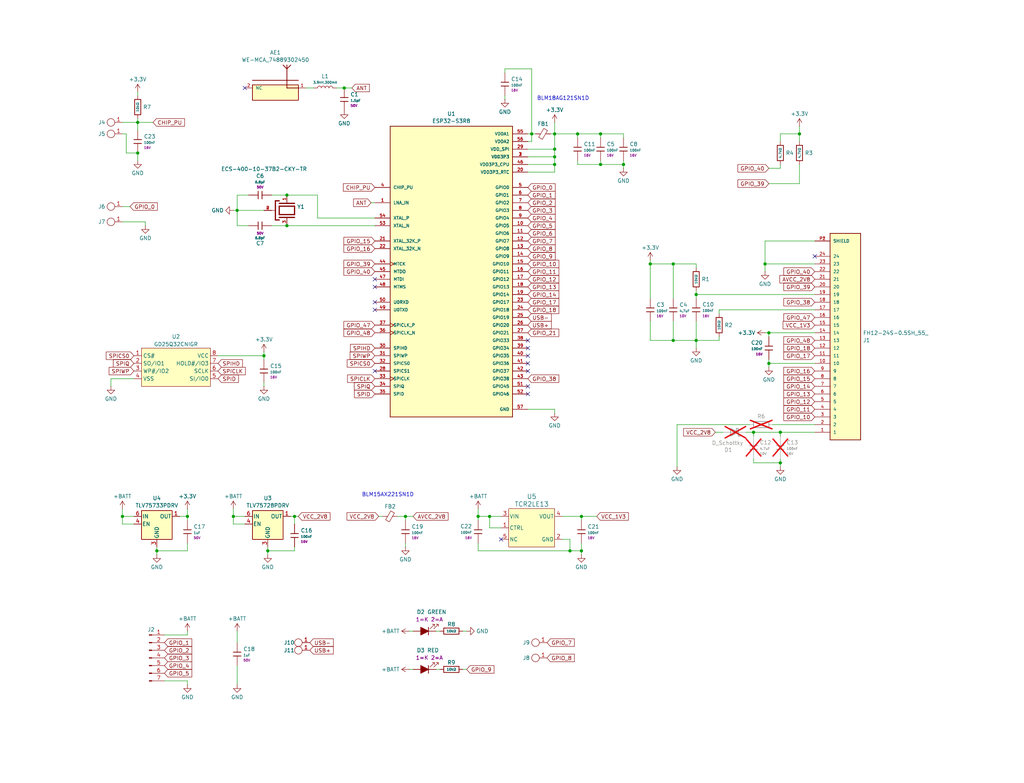
<source format=kicad_sch>
(kicad_sch (version 20250114) (generator "eeschema") (generator_version "9.0")
  (paper "User" 340 260)
  (text "BLM15AX221SN1D" (at 128.778 164.338 0) (effects (font (size 1.27 1.27))))
  (text "BLM18AG121SN1D" (at 186.944 32.766 0) (effects (font (size 1.27 1.27))))
  (junction (at 259.08 143.51))
  (junction (at 77.47 171.45))
  (junction (at 191.77 44.45))
  (junction (at 223.52 87.63))
  (junction (at 193.04 171.45))
  (junction (at 255.27 110.49))
  (junction (at 250.19 143.51))
  (junction (at 78.74 69.85))
  (junction (at 223.52 113.03))
  (junction (at 176.53 44.45))
  (junction (at 215.9 87.63))
  (junction (at 114.3 29.21))
  (junction (at 184.15 44.45))
  (junction (at 265.43 44.45))
  (junction (at 199.39 54.61))
  (junction (at 162.56 171.45))
  (junction (at 231.14 113.03))
  (junction (at 254 87.63))
  (junction (at 97.79 171.45))
  (junction (at 45.72 40.64))
  (junction (at 95.25 64.77))
  (junction (at 184.15 54.61))
  (junction (at 184.15 49.53))
  (junction (at 134.62 171.45))
  (junction (at 193.04 182.88))
  (junction (at 45.72 50.8))
  (junction (at 207.01 54.61))
  (junction (at 255.27 120.65))
  (junction (at 158.75 171.45))
  (junction (at 62.23 171.45))
  (junction (at 52.07 182.88))
  (junction (at 88.9 182.88))
  (junction (at 184.15 52.07))
  (junction (at 231.14 97.79))
  (junction (at 259.08 153.67))
  (junction (at 95.25 74.93))
  (junction (at 189.23 182.88))
  (junction (at 87.63 118.11))
  (junction (at 199.39 44.45))
  (junction (at 40.64 171.45))
  (no_connect (at 124.46 95.25))
  (no_connect (at 124.46 102.87))
  (no_connect (at 124.46 100.33))
  (no_connect (at 124.46 123.19))
  (no_connect (at 175.26 118.11))
  (no_connect (at 124.46 92.71))
  (no_connect (at 81.28 29.21))
  (no_connect (at 175.26 123.19))
  (no_connect (at 166.37 179.07))
  (no_connect (at 270.51 85.09))
  (no_connect (at 175.26 113.03))
  (no_connect (at 175.26 128.27))
  (no_connect (at 175.26 130.81))
  (no_connect (at 175.26 120.65))
  (no_connect (at 175.26 115.57))
  (wire (pts (xy 231.14 97.79) (xy 231.14 99.06)))
  (wire (pts (xy 77.47 171.45) (xy 81.28 171.45)))
  (wire (pts (xy 238.76 113.03) (xy 238.76 111.76)))
  (wire (pts (xy 97.79 181.61) (xy 97.79 182.88)))
  (wire (pts (xy 135.89 209.55) (xy 137.16 209.55)))
  (wire (pts (xy 78.74 69.85) (xy 87.63 69.85)))
  (wire (pts (xy 270.51 80.01) (xy 254 80.01)))
  (wire (pts (xy 193.04 180.34) (xy 193.04 182.88)))
  (wire (pts (xy 101.6 29.21) (xy 104.14 29.21)))
  (wire (pts (xy 237.49 143.51) (xy 240.03 143.51)))
  (wire (pts (xy 62.23 182.88) (xy 52.07 182.88)))
  (wire (pts (xy 162.56 171.45) (xy 166.37 171.45)))
  (wire (pts (xy 97.79 173.99) (xy 97.79 171.45)))
  (wire (pts (xy 259.08 152.4) (xy 259.08 153.67)))
  (wire (pts (xy 78.74 209.55) (xy 78.74 213.36)))
  (wire (pts (xy 162.56 175.26) (xy 166.37 175.26)))
  (wire (pts (xy 254 87.63) (xy 270.51 87.63)))
  (wire (pts (xy 167.64 31.75) (xy 167.64 33.02)))
  (wire (pts (xy 135.89 222.25) (xy 137.16 222.25)))
  (wire (pts (xy 255.27 55.88) (xy 259.08 55.88)))
  (wire (pts (xy 59.69 171.45) (xy 62.23 171.45)))
  (wire (pts (xy 255.27 60.96) (xy 265.43 60.96)))
  (wire (pts (xy 36.83 128.27) (xy 36.83 125.73)))
  (wire (pts (xy 134.62 171.45) (xy 134.62 172.72)))
  (wire (pts (xy 134.62 171.45) (xy 132.08 171.45)))
  (wire (pts (xy 259.08 46.99) (xy 259.08 44.45)))
  (wire (pts (xy 111.76 29.21) (xy 114.3 29.21)))
  (wire (pts (xy 184.15 44.45) (xy 184.15 49.53)))
  (wire (pts (xy 77.47 168.91) (xy 77.47 171.45)))
  (wire (pts (xy 255.27 110.49) (xy 255.27 111.76)))
  (wire (pts (xy 72.39 118.11) (xy 87.63 118.11)))
  (wire (pts (xy 184.15 135.89) (xy 184.15 137.16)))
  (wire (pts (xy 77.47 171.45) (xy 77.47 173.99)))
  (wire (pts (xy 231.14 113.03) (xy 238.76 113.03)))
  (wire (pts (xy 77.47 173.99) (xy 81.28 173.99)))
  (wire (pts (xy 231.14 87.63) (xy 223.52 87.63)))
  (wire (pts (xy 184.15 49.53) (xy 184.15 52.07)))
  (wire (pts (xy 215.9 106.68) (xy 215.9 113.03)))
  (wire (pts (xy 265.43 41.91) (xy 265.43 44.45)))
  (wire (pts (xy 41.91 44.45) (xy 41.91 50.8)))
  (wire (pts (xy 256.54 140.97) (xy 270.51 140.97)))
  (wire (pts (xy 90.17 64.77) (xy 95.25 64.77)))
  (wire (pts (xy 238.76 102.87) (xy 270.51 102.87)))
  (wire (pts (xy 40.64 173.99) (xy 44.45 173.99)))
  (wire (pts (xy 176.53 44.45) (xy 176.53 46.99)))
  (wire (pts (xy 62.23 226.06) (xy 62.23 227.33)))
  (wire (pts (xy 40.64 44.45) (xy 41.91 44.45)))
  (wire (pts (xy 224.79 140.97) (xy 248.92 140.97)))
  (wire (pts (xy 137.16 171.45) (xy 134.62 171.45)))
  (wire (pts (xy 193.04 184.15) (xy 193.04 182.88)))
  (wire (pts (xy 41.91 50.8) (xy 45.72 50.8)))
  (wire (pts (xy 191.77 44.45) (xy 199.39 44.45)))
  (wire (pts (xy 191.77 53.34) (xy 191.77 54.61)))
  (wire (pts (xy 40.64 68.58) (xy 43.18 68.58)))
  (wire (pts (xy 154.94 222.25) (xy 153.67 222.25)))
  (wire (pts (xy 193.04 171.45) (xy 198.12 171.45)))
  (wire (pts (xy 87.63 118.11) (xy 87.63 119.38)))
  (wire (pts (xy 97.79 182.88) (xy 88.9 182.88)))
  (wire (pts (xy 87.63 118.11) (xy 87.63 116.84)))
  (wire (pts (xy 40.64 171.45) (xy 40.64 173.99)))
  (wire (pts (xy 78.74 64.77) (xy 78.74 69.85)))
  (wire (pts (xy 45.72 30.48) (xy 45.72 31.75)))
  (wire (pts (xy 184.15 54.61) (xy 184.15 57.15)))
  (wire (pts (xy 193.04 171.45) (xy 193.04 172.72)))
  (wire (pts (xy 224.79 154.94) (xy 224.79 140.97)))
  (wire (pts (xy 215.9 113.03) (xy 223.52 113.03)))
  (wire (pts (xy 88.9 181.61) (xy 88.9 182.88)))
  (wire (pts (xy 250.19 152.4) (xy 250.19 153.67)))
  (wire (pts (xy 259.08 153.67) (xy 259.08 154.94)))
  (wire (pts (xy 144.78 222.25) (xy 146.05 222.25)))
  (wire (pts (xy 223.52 106.68) (xy 223.52 113.03)))
  (wire (pts (xy 62.23 171.45) (xy 62.23 168.91)))
  (wire (pts (xy 40.64 171.45) (xy 44.45 171.45)))
  (wire (pts (xy 54.61 226.06) (xy 62.23 226.06)))
  (wire (pts (xy 175.26 52.07) (xy 184.15 52.07)))
  (wire (pts (xy 231.14 106.68) (xy 231.14 113.03)))
  (wire (pts (xy 255.27 120.65) (xy 270.51 120.65)))
  (wire (pts (xy 231.14 88.9) (xy 231.14 87.63)))
  (wire (pts (xy 207.01 54.61) (xy 207.01 55.88)))
  (wire (pts (xy 45.72 40.64) (xy 45.72 39.37)))
  (wire (pts (xy 48.26 73.66) (xy 48.26 74.93)))
  (wire (pts (xy 144.78 209.55) (xy 146.05 209.55)))
  (wire (pts (xy 82.55 74.93) (xy 78.74 74.93)))
  (wire (pts (xy 114.3 29.21) (xy 116.84 29.21)))
  (wire (pts (xy 158.75 172.72) (xy 158.75 171.45)))
  (wire (pts (xy 99.06 171.45) (xy 97.79 171.45)))
  (wire (pts (xy 259.08 55.88) (xy 259.08 54.61)))
  (wire (pts (xy 207.01 45.72) (xy 207.01 44.45)))
  (wire (pts (xy 207.01 53.34) (xy 207.01 54.61)))
  (wire (pts (xy 82.55 64.77) (xy 78.74 64.77)))
  (wire (pts (xy 255.27 110.49) (xy 270.51 110.49)))
  (wire (pts (xy 45.72 50.8) (xy 45.72 53.34)))
  (wire (pts (xy 199.39 53.34) (xy 199.39 54.61)))
  (wire (pts (xy 62.23 180.34) (xy 62.23 182.88)))
  (wire (pts (xy 223.52 87.63) (xy 223.52 99.06)))
  (wire (pts (xy 199.39 54.61) (xy 207.01 54.61)))
  (wire (pts (xy 189.23 182.88) (xy 193.04 182.88)))
  (wire (pts (xy 182.88 44.45) (xy 184.15 44.45)))
  (wire (pts (xy 105.41 72.39) (xy 124.46 72.39)))
  (wire (pts (xy 259.08 143.51) (xy 270.51 143.51)))
  (wire (pts (xy 255.27 121.92) (xy 255.27 120.65)))
  (wire (pts (xy 191.77 44.45) (xy 191.77 45.72)))
  (wire (pts (xy 167.64 22.86) (xy 167.64 24.13)))
  (wire (pts (xy 95.25 64.77) (xy 105.41 64.77)))
  (wire (pts (xy 231.14 96.52) (xy 231.14 97.79)))
  (wire (pts (xy 199.39 44.45) (xy 199.39 45.72)))
  (wire (pts (xy 40.64 73.66) (xy 48.26 73.66)))
  (wire (pts (xy 62.23 209.55) (xy 62.23 210.82)))
  (wire (pts (xy 259.08 153.67) (xy 250.19 153.67)))
  (wire (pts (xy 175.26 57.15) (xy 184.15 57.15)))
  (wire (pts (xy 254 90.17) (xy 254 87.63)))
  (wire (pts (xy 134.62 180.34) (xy 134.62 181.61)))
  (wire (pts (xy 158.75 171.45) (xy 162.56 171.45)))
  (wire (pts (xy 184.15 135.89) (xy 175.26 135.89)))
  (wire (pts (xy 223.52 113.03) (xy 231.14 113.03)))
  (wire (pts (xy 175.26 46.99) (xy 176.53 46.99)))
  (wire (pts (xy 231.14 97.79) (xy 270.51 97.79)))
  (wire (pts (xy 52.07 182.88) (xy 52.07 184.15)))
  (wire (pts (xy 45.72 40.64) (xy 50.8 40.64)))
  (wire (pts (xy 186.69 171.45) (xy 193.04 171.45)))
  (wire (pts (xy 184.15 40.64) (xy 184.15 44.45)))
  (wire (pts (xy 123.19 67.31) (xy 124.46 67.31)))
  (wire (pts (xy 158.75 182.88) (xy 189.23 182.88)))
  (wire (pts (xy 87.63 127) (xy 87.63 128.27)))
  (wire (pts (xy 238.76 102.87) (xy 238.76 104.14)))
  (wire (pts (xy 254 80.01) (xy 254 87.63)))
  (wire (pts (xy 189.23 179.07) (xy 189.23 182.88)))
  (wire (pts (xy 153.67 209.55) (xy 154.94 209.55)))
  (wire (pts (xy 215.9 87.63) (xy 215.9 99.06)))
  (wire (pts (xy 186.69 179.07) (xy 189.23 179.07)))
  (wire (pts (xy 176.53 44.45) (xy 177.8 44.45)))
  (wire (pts (xy 78.74 220.98) (xy 78.74 227.33)))
  (wire (pts (xy 45.72 40.64) (xy 45.72 43.18)))
  (wire (pts (xy 175.26 49.53) (xy 184.15 49.53)))
  (wire (pts (xy 184.15 52.07) (xy 184.15 54.61)))
  (wire (pts (xy 125.73 171.45) (xy 127 171.45)))
  (wire (pts (xy 259.08 44.45) (xy 265.43 44.45)))
  (wire (pts (xy 158.75 168.91) (xy 158.75 171.45)))
  (wire (pts (xy 105.41 64.77) (xy 105.41 72.39)))
  (wire (pts (xy 247.65 143.51) (xy 250.19 143.51)))
  (wire (pts (xy 77.47 69.85) (xy 78.74 69.85)))
  (wire (pts (xy 78.74 74.93) (xy 78.74 69.85)))
  (wire (pts (xy 40.64 168.91) (xy 40.64 171.45)))
  (wire (pts (xy 88.9 182.88) (xy 88.9 184.15)))
  (wire (pts (xy 265.43 60.96) (xy 265.43 54.61)))
  (wire (pts (xy 95.25 74.93) (xy 124.46 74.93)))
  (wire (pts (xy 162.56 171.45) (xy 162.56 175.26)))
  (wire (pts (xy 223.52 87.63) (xy 215.9 87.63)))
  (wire (pts (xy 175.26 54.61) (xy 184.15 54.61)))
  (wire (pts (xy 176.53 22.86) (xy 176.53 44.45)))
  (wire (pts (xy 215.9 86.36) (xy 215.9 87.63)))
  (wire (pts (xy 40.64 40.64) (xy 45.72 40.64)))
  (wire (pts (xy 250.19 143.51) (xy 259.08 143.51)))
  (wire (pts (xy 254 110.49) (xy 255.27 110.49)))
  (wire (pts (xy 97.79 171.45) (xy 96.52 171.45)))
  (wire (pts (xy 90.17 74.93) (xy 95.25 74.93)))
  (wire (pts (xy 231.14 113.03) (xy 231.14 115.57)))
  (wire (pts (xy 36.83 125.73) (xy 44.45 125.73)))
  (wire (pts (xy 259.08 144.78) (xy 259.08 143.51)))
  (wire (pts (xy 158.75 180.34) (xy 158.75 182.88)))
  (wire (pts (xy 191.77 54.61) (xy 199.39 54.61)))
  (wire (pts (xy 175.26 44.45) (xy 176.53 44.45)))
  (wire (pts (xy 62.23 171.45) (xy 62.23 172.72)))
  (wire (pts (xy 167.64 22.86) (xy 176.53 22.86)))
  (wire (pts (xy 265.43 44.45) (xy 265.43 46.99)))
  (wire (pts (xy 199.39 44.45) (xy 207.01 44.45)))
  (wire (pts (xy 54.61 210.82) (xy 62.23 210.82)))
  (wire (pts (xy 52.07 181.61) (xy 52.07 182.88)))
  (wire (pts (xy 184.15 44.45) (xy 191.77 44.45)))
  (wire (pts (xy 250.19 143.51) (xy 250.19 144.78)))
  (wire (pts (xy 255.27 119.38) (xy 255.27 120.65)))
  (global_label "ANT" (shape input) (at 123.19 67.31 180) (property "Intersheetrefs" "${INTERSHEET_REFS}" (effects (hide yes))))
  (global_label "SPIHD" (shape input) (at 72.39 120.65 0) (property "Intersheetrefs" "${INTERSHEET_REFS}" (effects (hide yes))))
  (global_label "GPIO_7" (shape input) (at 175.26 80.01 0) (property "Intersheetrefs" "${INTERSHEET_REFS}" (effects (hide yes))))
  (global_label "ANT" (shape input) (at 116.84 29.21 0) (property "Intersheetrefs" "${INTERSHEET_REFS}" (effects (hide yes))))
  (global_label "SPIQ" (shape input) (at 124.46 128.27 180) (property "Intersheetrefs" "${INTERSHEET_REFS}" (effects (hide yes))))
  (global_label "GPIO_2" (shape input) (at 175.26 67.31 0) (property "Intersheetrefs" "${INTERSHEET_REFS}" (effects (hide yes))))
  (global_label "CHIP_PU" (shape input) (at 124.46 62.23 180) (property "Intersheetrefs" "${INTERSHEET_REFS}" (effects (hide yes))))
  (global_label "GPIO_1" (shape input) (at 175.26 64.77 0) (property "Intersheetrefs" "${INTERSHEET_REFS}" (effects (hide yes))))
  (global_label "GPIO_40" (shape input) (at 270.51 90.17 180) (property "Intersheetrefs" "${INTERSHEET_REFS}" (effects (hide yes))))
  (global_label "GPIO_6" (shape input) (at 175.26 77.47 0) (property "Intersheetrefs" "${INTERSHEET_REFS}" (effects (hide yes))))
  (global_label "SPICS0" (shape input) (at 124.46 120.65 180) (property "Intersheetrefs" "${INTERSHEET_REFS}" (effects (hide yes))))
  (global_label "GPIO_47" (shape input) (at 124.46 107.95 180) (property "Intersheetrefs" "${INTERSHEET_REFS}" (effects (hide yes))))
  (global_label "VCC_2V8" (shape input) (at 237.49 143.51 180) (property "Intersheetrefs" "${INTERSHEET_REFS}" (effects (hide yes))))
  (global_label "GPIO_17" (shape input) (at 270.51 118.11 180) (property "Intersheetrefs" "${INTERSHEET_REFS}" (effects (hide yes))))
  (global_label "GPIO_18" (shape input) (at 175.26 102.87 0) (property "Intersheetrefs" "${INTERSHEET_REFS}" (effects (hide yes))))
  (global_label "GPIO_9" (shape input) (at 175.26 85.09 0) (property "Intersheetrefs" "${INTERSHEET_REFS}" (effects (hide yes))))
  (global_label "GPIO_40" (shape input) (at 255.27 55.88 180) (property "Intersheetrefs" "${INTERSHEET_REFS}" (effects (hide yes))))
  (global_label "GPIO_47" (shape input) (at 270.51 105.41 180) (property "Intersheetrefs" "${INTERSHEET_REFS}" (effects (hide yes))))
  (global_label "GPIO_4" (shape input) (at 54.61 220.98 0) (property "Intersheetrefs" "${INTERSHEET_REFS}" (effects (hide yes))))
  (global_label "SPICS0" (shape input) (at 44.45 118.11 180) (property "Intersheetrefs" "${INTERSHEET_REFS}" (effects (hide yes))))
  (global_label "SPIQ" (shape input) (at 44.45 120.65 180) (property "Intersheetrefs" "${INTERSHEET_REFS}" (effects (hide yes))))
  (global_label "SPID" (shape input) (at 124.46 130.81 180) (property "Intersheetrefs" "${INTERSHEET_REFS}" (effects (hide yes))))
  (global_label "USB+" (shape input) (at 175.26 107.95 0) (property "Intersheetrefs" "${INTERSHEET_REFS}" (effects (hide yes))))
  (global_label "SPIWP" (shape input) (at 124.46 118.11 180) (property "Intersheetrefs" "${INTERSHEET_REFS}" (effects (hide yes))))
  (global_label "GPIO_12" (shape input) (at 270.51 133.35 180) (property "Intersheetrefs" "${INTERSHEET_REFS}" (effects (hide yes))))
  (global_label "GPIO_13" (shape input) (at 175.26 95.25 0) (property "Intersheetrefs" "${INTERSHEET_REFS}" (effects (hide yes))))
  (global_label "GPIO_48" (shape input) (at 270.51 113.03 180) (property "Intersheetrefs" "${INTERSHEET_REFS}" (effects (hide yes))))
  (global_label "GPIO_3" (shape input) (at 175.26 69.85 0) (property "Intersheetrefs" "${INTERSHEET_REFS}" (effects (hide yes))))
  (global_label "GPIO_14" (shape input) (at 175.26 97.79 0) (property "Intersheetrefs" "${INTERSHEET_REFS}" (effects (hide yes))))
  (global_label "USB+" (shape input) (at 102.87 215.9 0) (property "Intersheetrefs" "${INTERSHEET_REFS}" (effects (hide yes))))
  (global_label "GPIO_10" (shape input) (at 270.51 138.43 180) (property "Intersheetrefs" "${INTERSHEET_REFS}" (effects (hide yes))))
  (global_label "SPICLK" (shape input) (at 124.46 125.73 180) (property "Intersheetrefs" "${INTERSHEET_REFS}" (effects (hide yes))))
  (global_label "GPIO_40" (shape input) (at 124.46 90.17 180) (property "Intersheetrefs" "${INTERSHEET_REFS}" (effects (hide yes))))
  (global_label "SPIWP" (shape input) (at 44.45 123.19 180) (property "Intersheetrefs" "${INTERSHEET_REFS}" (effects (hide yes))))
  (global_label "VCC_2V8" (shape input) (at 99.06 171.45 0) (property "Intersheetrefs" "${INTERSHEET_REFS}" (effects (hide yes))))
  (global_label "GPIO_14" (shape input) (at 270.51 128.27 180) (property "Intersheetrefs" "${INTERSHEET_REFS}" (effects (hide yes))))
  (global_label "GPIO_11" (shape input) (at 175.26 90.17 0) (property "Intersheetrefs" "${INTERSHEET_REFS}" (effects (hide yes))))
  (global_label "AVCC_2V8" (shape input) (at 270.51 92.71 180) (property "Intersheetrefs" "${INTERSHEET_REFS}" (effects (hide yes))))
  (global_label "GPIO_12" (shape input) (at 175.26 92.71 0) (property "Intersheetrefs" "${INTERSHEET_REFS}" (effects (hide yes))))
  (global_label "GPIO_16" (shape input) (at 270.51 123.19 180) (property "Intersheetrefs" "${INTERSHEET_REFS}" (effects (hide yes))))
  (global_label "GPIO_5" (shape input) (at 54.61 223.52 0) (property "Intersheetrefs" "${INTERSHEET_REFS}" (effects (hide yes))))
  (global_label "GPIO_8" (shape input) (at 181.61 218.44 0) (property "Intersheetrefs" "${INTERSHEET_REFS}" (effects (hide yes))))
  (global_label "GPIO_4" (shape input) (at 175.26 72.39 0) (property "Intersheetrefs" "${INTERSHEET_REFS}" (effects (hide yes))))
  (global_label "CHIP_PU" (shape input) (at 50.8 40.64 0) (property "Intersheetrefs" "${INTERSHEET_REFS}" (effects (hide yes))))
  (global_label "GPIO_10" (shape input) (at 175.26 87.63 0) (property "Intersheetrefs" "${INTERSHEET_REFS}" (effects (hide yes))))
  (global_label "GPIO_39" (shape input) (at 270.51 95.25 180) (property "Intersheetrefs" "${INTERSHEET_REFS}" (effects (hide yes))))
  (global_label "GPIO_15" (shape input) (at 124.46 80.01 180) (property "Intersheetrefs" "${INTERSHEET_REFS}" (effects (hide yes))))
  (global_label "VCC_1V3" (shape input) (at 270.51 107.95 180) (property "Intersheetrefs" "${INTERSHEET_REFS}" (effects (hide yes))))
  (global_label "GPIO_16" (shape input) (at 124.46 82.55 180) (property "Intersheetrefs" "${INTERSHEET_REFS}" (effects (hide yes))))
  (global_label "GPIO_0" (shape input) (at 175.26 62.23 0) (property "Intersheetrefs" "${INTERSHEET_REFS}" (effects (hide yes))))
  (global_label "SPIHD" (shape input) (at 124.46 115.57 180) (property "Intersheetrefs" "${INTERSHEET_REFS}" (effects (hide yes))))
  (global_label "GPIO_9" (shape input) (at 154.94 222.25 0) (property "Intersheetrefs" "${INTERSHEET_REFS}" (effects (hide yes))))
  (global_label "GPIO_39" (shape input) (at 124.46 87.63 180) (property "Intersheetrefs" "${INTERSHEET_REFS}" (effects (hide yes))))
  (global_label "GPIO_1" (shape input) (at 54.61 213.36 0) (property "Intersheetrefs" "${INTERSHEET_REFS}" (effects (hide yes))))
  (global_label "GPIO_17" (shape input) (at 175.26 100.33 0) (property "Intersheetrefs" "${INTERSHEET_REFS}" (effects (hide yes))))
  (global_label "VCC_2V8" (shape input) (at 125.73 171.45 180) (property "Intersheetrefs" "${INTERSHEET_REFS}" (effects (hide yes))))
  (global_label "GPIO_39" (shape input) (at 255.27 60.96 180) (property "Intersheetrefs" "${INTERSHEET_REFS}" (effects (hide yes))))
  (global_label "GPIO_11" (shape input) (at 270.51 135.89 180) (property "Intersheetrefs" "${INTERSHEET_REFS}" (effects (hide yes))))
  (global_label "GPIO_38" (shape input) (at 270.51 100.33 180) (property "Intersheetrefs" "${INTERSHEET_REFS}" (effects (hide yes))))
  (global_label "SPID" (shape input) (at 72.39 125.73 0) (property "Intersheetrefs" "${INTERSHEET_REFS}" (effects (hide yes))))
  (global_label "GPIO_0" (shape input) (at 43.18 68.58 0) (property "Intersheetrefs" "${INTERSHEET_REFS}" (effects (hide yes))))
  (global_label "GPIO_5" (shape input) (at 175.26 74.93 0) (property "Intersheetrefs" "${INTERSHEET_REFS}" (effects (hide yes))))
  (global_label "VCC_1V3" (shape input) (at 198.12 171.45 0) (property "Intersheetrefs" "${INTERSHEET_REFS}" (effects (hide yes))))
  (global_label "GPIO_48" (shape input) (at 124.46 110.49 180) (property "Intersheetrefs" "${INTERSHEET_REFS}" (effects (hide yes))))
  (global_label "SPICLK" (shape input) (at 72.39 123.19 0) (property "Intersheetrefs" "${INTERSHEET_REFS}" (effects (hide yes))))
  (global_label "GPIO_18" (shape input) (at 270.51 115.57 180) (property "Intersheetrefs" "${INTERSHEET_REFS}" (effects (hide yes))))
  (global_label "GPIO_15" (shape input) (at 270.51 125.73 180) (property "Intersheetrefs" "${INTERSHEET_REFS}" (effects (hide yes))))
  (global_label "GPIO_7" (shape input) (at 181.61 213.36 0) (property "Intersheetrefs" "${INTERSHEET_REFS}" (effects (hide yes))))
  (global_label "USB-" (shape input) (at 175.26 105.41 0) (property "Intersheetrefs" "${INTERSHEET_REFS}" (effects (hide yes))))
  (global_label "GPIO_3" (shape input) (at 54.61 218.44 0) (property "Intersheetrefs" "${INTERSHEET_REFS}" (effects (hide yes))))
  (global_label "GPIO_8" (shape input) (at 175.26 82.55 0) (property "Intersheetrefs" "${INTERSHEET_REFS}" (effects (hide yes))))
  (global_label "AVCC_2V8" (shape input) (at 137.16 171.45 0) (property "Intersheetrefs" "${INTERSHEET_REFS}" (effects (hide yes))))
  (global_label "GPIO_21" (shape input) (at 175.26 110.49 0) (property "Intersheetrefs" "${INTERSHEET_REFS}" (effects (hide yes))))
  (global_label "USB-" (shape input) (at 102.87 213.36 0) (property "Intersheetrefs" "${INTERSHEET_REFS}" (effects (hide yes))))
  (global_label "GPIO_2" (shape input) (at 54.61 215.9 0) (property "Intersheetrefs" "${INTERSHEET_REFS}" (effects (hide yes))))
  (global_label "GPIO_38" (shape input) (at 175.26 125.73 0) (property "Intersheetrefs" "${INTERSHEET_REFS}" (effects (hide yes))))
  (global_label "GPIO_13" (shape input) (at 270.51 130.81 180) (property "Intersheetrefs" "${INTERSHEET_REFS}" (effects (hide yes))))
  (symbol (lib_id "power:GND") (at 184.15 137.16 0) (unit 1)
    (property "Reference" "#PWR01" (effects (hide yes)))
    (property "Value" "GND" (at 184.15 141.2931 0))
    (property "Description" "Power symbol creates a global label with name \"GND\" , ground" (effects (hide yes)))
  )
  (symbol (lib_id "power:GND") (at 154.94 209.55 90) (unit 1)
    (property "Reference" "#PWR036" (effects (hide yes)))
    (property "Value" "GND" (at 158.115 209.55 90) (effects (justify right)))
    (property "Description" "Power symbol creates a global label with name \"GND\" , ground" (effects (hide yes)))
  )
  (symbol (lib_id "power:+3.3V") (at 215.9 86.36 0) (unit 1)
    (property "Reference" "#PWR09" (effects (hide yes)))
    (property "Value" "+3.3V" (at 215.9 82.2269 0))
    (property "Description" "Power symbol creates a global label with name \"+3.3V\"" (effects (hide yes)))
  )
  (symbol (lib_id "PCM_JLCPCB-Inductors:3.9nH,300mA") (at 107.95 29.21 90) (unit 1)
    (property "Reference" "L1" (at 107.95 25.3165 90))
    (property "Value" "3.9nH,300mA" (at 107.95 27.3627 90) (effects (font (size 0.8 0.8))))
    (property "Footprint" "PCM_JLCPCB:L_0402" (effects (hide yes)))
    (property "Datasheet" "https://www.lcsc.com/datasheet/lcsc_datasheet_2310301641_Sunlord-SDCL1005C3N9STDF_C14033.pdf" (effects (hide yes)))
    (property "Description" "300mA 3.9nH 200mΩ 0402 Inductors (SMD) ROHS" (effects (hide yes)))
    (property "LCSC" "C14033" (effects (hide yes)))
    (property "Stock" "58747" (effects (hide yes)))
    (property "Price" "0.007USD" (effects (hide yes)))
    (property "Process" "SMT" (effects (hide yes)))
    (property "Minimum Qty" "20" (effects (hide yes)))
    (property "Attrition Qty" "10" (effects (hide yes)))
    (property "Class" "Preferred Component" (effects (hide yes)))
    (property "Category" "Inductors/Coils/Transformers,Inductors (SMD)" (effects (hide yes)))
    (property "Manufacturer" "Sunlord" (effects (hide yes)))
    (property "Part" "SDCL1005C3N9STDF" (effects (hide yes)))
    (property "Inductance" "3.9nH" (effects (hide yes)))
    (property "Q @ Freq" "8@100MHz" (effects (hide yes)))
    (property "Frequency - Self Resonant" "4GHz" (effects (hide yes)))
    (property "Rated Current" "300mA" (effects (hide yes)))
    (property "DC Resistance (DCR)" "200mΩ" (effects (hide yes)))
  )
  (symbol (lib_id "power:+BATT") (at 77.47 168.91 0) (unit 1)
    (property "Reference" "#PWR022" (effects (hide yes)))
    (property "Value" "+BATT" (at 77.47 164.7769 0))
    (property "Description" "Power symbol creates a global label with name \"+BATT\"" (effects (hide yes)))
  )
  (symbol (lib_id "PCM_JLCPCB-Capacitors:0603,1uF") (at 78.74 217.17 0) (unit 1)
    (property "Reference" "C18" (at 80.772 215.502 0) (effects (justify left)))
    (property "Value" "1uF" (at 80.772 217.5482 0) (effects (font (size 0.8 0.8)) (justify left)))
    (property "Footprint" "PCM_JLCPCB:C_0603" (effects (hide yes)))
    (property "Datasheet" "https://www.lcsc.com/datasheet/lcsc_datasheet_2304140030_Samsung-Electro-Mechanics-CL10A105KB8NNNC_C15849.pdf" (effects (hide yes)))
    (property "Description" "50V 1uF X5R ±10% 0603 Multilayer Ceramic Capacitors MLCC - SMD/SMT ROHS" (effects (hide yes)))
    (property "LCSC" "C15849" (effects (hide yes)))
    (property "Stock" "7216265" (effects (hide yes)))
    (property "Price" "0.007USD" (effects (hide yes)))
    (property "Process" "SMT" (effects (hide yes)))
    (property "Minimum Qty" "20" (effects (hide yes)))
    (property "Attrition Qty" "10" (effects (hide yes)))
    (property "Class" "Basic Component" (effects (hide yes)))
    (property "Category" "Capacitors,Multilayer Ceramic Capacitors MLCC - SMD/SMT" (effects (hide yes)))
    (property "Manufacturer" "Samsung Electro-Mechanics" (effects (hide yes)))
    (property "Part" "CL10A105KB8NNNC" (effects (hide yes)))
    (property "Voltage Rated" "50V" (at 80.772 219.2162 0) (effects (font (size 0.8 0.8)) (justify left)))
    (property "Tolerance" "±10%" (effects (hide yes)))
    (property "Capacitance" "1uF" (effects (hide yes)))
    (property "Temperature Coefficient" "X5R" (effects (hide yes)))
  )
  (symbol (lib_name "0402,100nF_1") (lib_id "PCM_JLCPCB-Capacitors:0402,100nF") (at 259.08 148.59 0) (unit 1) (dnp yes)
    (property "Reference" "C13" (at 261.112 146.922 0) (effects (justify left)))
    (property "Value" "100nF" (at 261.112 148.9682 0) (effects (font (size 0.8 0.8)) (justify left)))
    (property "Footprint" "PCM_JLCPCB:C_0402" (effects (hide yes)))
    (property "Datasheet" "https://www.lcsc.com/datasheet/lcsc_datasheet_2304140030_Samsung-Electro-Mechanics-CL05B104KO5NNNC_C1525.pdf" (effects (hide yes)))
    (property "Description" "16V 100nF X7R ±10% 0402 Multilayer Ceramic Capacitors MLCC - SMD/SMT ROHS" (effects (hide yes)))
    (property "LCSC" "C1525" (effects (hide yes)))
    (property "Stock" "20577604" (effects (hide yes)))
    (property "Price" "0.004USD" (effects (hide yes)))
    (property "Process" "SMT" (effects (hide yes)))
    (property "Minimum Qty" "20" (effects (hide yes)))
    (property "Attrition Qty" "10" (effects (hide yes)))
    (property "Class" "Basic Component" (effects (hide yes)))
    (property "Category" "Capacitors,Multilayer Ceramic Capacitors MLCC - SMD/SMT" (effects (hide yes)))
    (property "Manufacturer" "Samsung Electro-Mechanics" (effects (hide yes)))
    (property "Part" "CL05B104KO5NNNC" (effects (hide yes)))
    (property "Voltage Rated" "16V" (at 261.112 150.6362 0) (effects (font (size 0.8 0.8)) (justify left)))
    (property "Tolerance" "±10%" (effects (hide yes)))
    (property "Capacitance" "100nF" (effects (hide yes)))
    (property "Temperature Coefficient" "X7R" (effects (hide yes)))
  )
  (symbol (lib_id "PCM_JLCPCB-Resistors:0402,10kΩ") (at 252.73 140.97 90) (unit 1) (dnp yes)
    (property "Reference" "R6" (at 252.73 138.2339 90))
    (property "Value" "0Ω" (at 252.73 140.97 90) (effects (font (size 0.8 0.8))))
    (property "Footprint" "PCM_JLCPCB:R_0402" (effects (hide yes)))
    (property "Datasheet" "https://www.lcsc.com/datasheet/lcsc_datasheet_2411221126_UNI-ROYAL-Uniroyal-Elec-0402WGF1002TCE_C25744.pdf" (effects (hide yes)))
    (property "Description" "62.5mW Thick Film Resistors 50V ±100ppm/°C ±1% 10kΩ 0402 Chip Resistor - Surface Mount ROHS" (effects (hide yes)))
    (property "LCSC" "C25744" (effects (hide yes)))
    (property "Stock" "14335141" (effects (hide yes)))
    (property "Price" "0.004USD" (effects (hide yes)))
    (property "Process" "SMT" (effects (hide yes)))
    (property "Minimum Qty" "5" (effects (hide yes)))
    (property "Attrition Qty" "0" (effects (hide yes)))
    (property "Class" "Basic Component" (effects (hide yes)))
    (property "Category" "Resistors,Chip Resistor - Surface Mount" (effects (hide yes)))
    (property "Manufacturer" "UNI-ROYAL(Uniroyal Elec)" (effects (hide yes)))
    (property "Part" "0402WGF1002TCE" (effects (hide yes)))
    (property "Resistance" "10kΩ" (effects (hide yes)))
    (property "Power(Watts)" "62.5mW" (effects (hide yes)))
    (property "Type" "Thick Film Resistors" (effects (hide yes)))
    (property "Overload Voltage (Max)" "50V" (effects (hide yes)))
    (property "Operating Temperature Range" "-55°C~+155°C" (effects (hide yes)))
    (property "Tolerance" "±1%" (effects (hide yes)))
    (property "Temperature Coefficient" "±100ppm/°C" (effects (hide yes)))
  )
  (symbol (lib_id "PCM_JLCPCB-Resistors:0402,10kΩ") (at 45.72 35.56 0) (unit 1)
    (property "Reference" "R7" (at 47.498 35.56 0) (effects (justify left)))
    (property "Value" "10kΩ" (at 45.72 35.56 90) (effects (font (size 0.8 0.8))))
    (property "Footprint" "PCM_JLCPCB:R_0402" (effects (hide yes)))
    (property "Datasheet" "https://www.lcsc.com/datasheet/lcsc_datasheet_2411221126_UNI-ROYAL-Uniroyal-Elec-0402WGF1002TCE_C25744.pdf" (effects (hide yes)))
    (property "Description" "62.5mW Thick Film Resistors 50V ±100ppm/°C ±1% 10kΩ 0402 Chip Resistor - Surface Mount ROHS" (effects (hide yes)))
    (property "LCSC" "C25744" (effects (hide yes)))
    (property "Stock" "14335141" (effects (hide yes)))
    (property "Price" "0.004USD" (effects (hide yes)))
    (property "Process" "SMT" (effects (hide yes)))
    (property "Minimum Qty" "5" (effects (hide yes)))
    (property "Attrition Qty" "0" (effects (hide yes)))
    (property "Class" "Basic Component" (effects (hide yes)))
    (property "Category" "Resistors,Chip Resistor - Surface Mount" (effects (hide yes)))
    (property "Manufacturer" "UNI-ROYAL(Uniroyal Elec)" (effects (hide yes)))
    (property "Part" "0402WGF1002TCE" (effects (hide yes)))
    (property "Resistance" "10kΩ" (effects (hide yes)))
    (property "Power(Watts)" "62.5mW" (effects (hide yes)))
    (property "Type" "Thick Film Resistors" (effects (hide yes)))
    (property "Overload Voltage (Max)" "50V" (effects (hide yes)))
    (property "Operating Temperature Range" "-55°C~+155°C" (effects (hide yes)))
    (property "Tolerance" "±1%" (effects (hide yes)))
    (property "Temperature Coefficient" "±100ppm/°C" (effects (hide yes)))
  )
  (symbol (lib_id "Mylib:1_pin_sig") (at 100.33 215.9 180) (unit 1)
    (property "Reference" "J10" (at 96.012 213.36 0))
    (property "Value" "1_pin_sig" (effects (hide yes)))
    (property "Footprint" "Mylib:1_pin_SMD_1mmx1mm" (effects (hide yes)))
  )
  (symbol (lib_id "Mylib:1_pin_sig") (at 38.1 46.99 180) (unit 1)
    (property "Reference" "J5" (at 33.782 44.45 0))
    (property "Value" "1_pin_sig" (effects (hide yes)))
    (property "Footprint" "Connector_Wire:SolderWirePad_1x01_SMD_1x2mm" (effects (hide yes)))
  )
  (symbol (lib_id "power:+3.3V") (at 184.15 40.64 0) (unit 1)
    (property "Reference" "#PWR02" (effects (hide yes)))
    (property "Value" "+3.3V" (at 184.15 36.5069 0))
    (property "Description" "Power symbol creates a global label with name \"+3.3V\"" (effects (hide yes)))
  )
  (symbol (lib_id "power:GND") (at 36.83 128.27 0) (unit 1)
    (property "Reference" "#PWR06" (effects (hide yes)))
    (property "Value" "GND" (at 36.83 132.4031 0))
    (property "Description" "Power symbol creates a global label with name \"GND\" , ground" (effects (hide yes)))
  )
  (symbol (lib_id "PCM_JLCPCB-Capacitors:0402,6.8pF") (at 86.36 64.77 90) (unit 1)
    (property "Reference" "C6" (at 86.36 58.4439 90))
    (property "Value" "6.8pF" (at 86.36 60.4901 90) (effects (font (size 0.8 0.8))))
    (property "Footprint" "PCM_JLCPCB:C_0402" (effects (hide yes)))
    (property "Datasheet" "https://www.lcsc.com/datasheet/lcsc_datasheet_2304140030_FH--Guangdong-Fenghua-Advanced-Tech-0402CG6R8C500NT_C1576.pdf" (effects (hide yes)))
    (property "Description" "50V 6.8pF C0G 0402 Multilayer Ceramic Capacitors MLCC - SMD/SMT ROHS" (effects (hide yes)))
    (property "LCSC" "C1576" (effects (hide yes)))
    (property "Stock" "82682" (effects (hide yes)))
    (property "Price" "0.004USD" (effects (hide yes)))
    (property "Process" "SMT" (effects (hide yes)))
    (property "Minimum Qty" "20" (effects (hide yes)))
    (property "Attrition Qty" "10" (effects (hide yes)))
    (property "Class" "Preferred Component" (effects (hide yes)))
    (property "Category" "Capacitors,Multilayer Ceramic Capacitors MLCC - SMD/SMT" (effects (hide yes)))
    (property "Manufacturer" "FH(Guangdong Fenghua Advanced Tech)" (effects (hide yes)))
    (property "Part" "0402CG6R8C500NT" (effects (hide yes)))
    (property "Voltage Rated" "50V" (at 86.36 62.1581 90) (effects (font (size 0.8 0.8))))
    (property "Capacitance" "6.8pF" (effects (hide yes)))
    (property "Temperature Coefficient" "C0G" (effects (hide yes)))
  )
  (symbol (lib_id "FH12-24S-0.5SH_55_:FH12-24S-0.5SH_55_") (at 280.67 110.49 0) (mirror x) (unit 1)
    (property "Reference" "J1" (at 286.512 112.9722 0) (effects (justify left)))
    (property "Value" "FH12-24S-0.5SH_55_" (at 286.512 110.5479 0) (effects (justify left)))
    (property "Footprint" "FH12-24S-0.5SH_55:HRS_FH12-24S-0.5SH_55_" (effects (hide yes)))
    (property "MF" "Hirose" (effects (hide yes)))
    (property "MAXIMUM_PACKAGE_HEIGHT" "2.2mm" (effects (hide yes)))
    (property "Package" "None" (effects (hide yes)))
    (property "Price" "None" (effects (hide yes)))
    (property "Check_prices" "https://www.snapeda.com/parts/FH12-24S-0.5SH(55)/Hirose+Electric+Co+Ltd/view-part/?ref=eda" (effects (hide yes)))
    (property "STANDARD" "Manufacturer recommendations" (effects (hide yes)))
    (property "SnapEDA_Link" "https://www.snapeda.com/parts/FH12-24S-0.5SH(55)/Hirose+Electric+Co+Ltd/view-part/?ref=snap" (effects (hide yes)))
    (property "MP" "FH12-24S-0.5SH(55)" (effects (hide yes)))
    (property "Description_1" "24 Position FFC, FPC Connector Contacts, Bottom 0.020 (0.50mm) Surface Mount, Right Angle" (effects (hide yes)))
    (property "Availability" "In Stock" (effects (hide yes)))
    (property "MANUFACTURER" "Hirose" (effects (hide yes)))
  )
  (symbol (lib_id "Mylib:1_pin_sig") (at 38.1 43.18 180) (unit 1)
    (property "Reference" "J4" (at 33.782 40.64 0))
    (property "Value" "1_pin_sig" (effects (hide yes)))
    (property "Footprint" "Connector_Wire:SolderWirePad_1x01_SMD_1x2mm" (effects (hide yes)))
  )
  (symbol (lib_id "Device:FerriteBead_Small") (at 180.34 44.45 90) (unit 1)
    (property "Reference" "FB1" (at 180.34 41.148 90))
    (property "Value" "FerriteBead_Small" (effects (hide yes)))
    (property "Footprint" "PCM_JLCPCB:FB_0603" (effects (hide yes)))
    (property "Description" "Ferrite bead, small symbol" (effects (hide yes)))
  )
  (symbol (lib_id "PCM_JLCPCB-Capacitors:0402,100nF") (at 199.39 49.53 0) (unit 1)
    (property "Reference" "C5" (at 201.422 47.862 0) (effects (justify left)))
    (property "Value" "100nF" (at 201.422 49.9082 0) (effects (font (size 0.8 0.8)) (justify left)))
    (property "Footprint" "PCM_JLCPCB:C_0402" (effects (hide yes)))
    (property "Datasheet" "https://www.lcsc.com/datasheet/lcsc_datasheet_2304140030_Samsung-Electro-Mechanics-CL05B104KO5NNNC_C1525.pdf" (effects (hide yes)))
    (property "Description" "16V 100nF X7R ±10% 0402 Multilayer Ceramic Capacitors MLCC - SMD/SMT ROHS" (effects (hide yes)))
    (property "LCSC" "C1525" (effects (hide yes)))
    (property "Stock" "13403905" (effects (hide yes)))
    (property "Price" "0.004USD" (effects (hide yes)))
    (property "Process" "SMT" (effects (hide yes)))
    (property "Minimum Qty" "20" (effects (hide yes)))
    (property "Attrition Qty" "10" (effects (hide yes)))
    (property "Class" "Basic Component" (effects (hide yes)))
    (property "Category" "Capacitors,Multilayer Ceramic Capacitors MLCC - SMD/SMT" (effects (hide yes)))
    (property "Manufacturer" "Samsung Electro-Mechanics" (effects (hide yes)))
    (property "Part" "CL05B104KO5NNNC" (effects (hide yes)))
    (property "Voltage Rated" "16V" (at 201.422 51.5762 0) (effects (font (size 0.8 0.8)) (justify left)))
    (property "Tolerance" "±10%" (effects (hide yes)))
    (property "Capacitance" "100nF" (effects (hide yes)))
    (property "Temperature Coefficient" "X7R" (effects (hide yes)))
  )
  (symbol (lib_id "power:GND") (at 114.3 36.83 0) (unit 1)
    (property "Reference" "#PWR028" (effects (hide yes)))
    (property "Value" "GND" (at 114.3 40.9631 0))
    (property "Description" "Power symbol creates a global label with name \"GND\" , ground" (effects (hide yes)))
  )
  (symbol (lib_id "PCM_JLCPCB-Capacitors:0402,1.5pF") (at 114.3 33.02 0) (unit 1)
    (property "Reference" "C1" (at 116.332 31.352 0) (effects (justify left)))
    (property "Value" "1.5pF" (at 116.332 33.3982 0) (effects (font (size 0.8 0.8)) (justify left)))
    (property "Footprint" "PCM_JLCPCB:C_0402" (effects (hide yes)))
    (property "Datasheet" "https://www.lcsc.com/datasheet/lcsc_datasheet_2304140030_FH--Guangdong-Fenghua-Advanced-Tech-0402CG1R5C500NT_C1552.pdf" (effects (hide yes)))
    (property "Description" "50V 1.5pF C0G 0402 Multilayer Ceramic Capacitors MLCC - SMD/SMT ROHS" (effects (hide yes)))
    (property "LCSC" "C1552" (effects (hide yes)))
    (property "Stock" "55407" (effects (hide yes)))
    (property "Price" "0.004USD" (effects (hide yes)))
    (property "Process" "SMT" (effects (hide yes)))
    (property "Minimum Qty" "20" (effects (hide yes)))
    (property "Attrition Qty" "10" (effects (hide yes)))
    (property "Class" "Preferred Component" (effects (hide yes)))
    (property "Category" "Capacitors,Multilayer Ceramic Capacitors MLCC - SMD/SMT" (effects (hide yes)))
    (property "Manufacturer" "FH(Guangdong Fenghua Advanced Tech)" (effects (hide yes)))
    (property "Part" "0402CG1R5C500NT" (effects (hide yes)))
    (property "Voltage Rated" "50V" (at 116.332 35.0662 0) (effects (font (size 0.8 0.8)) (justify left)))
    (property "Capacitance" "1.5pF" (effects (hide yes)))
    (property "Temperature Coefficient" "C0G" (effects (hide yes)))
  )
  (symbol (lib_id "Connector:Conn_01x07_Pin") (at 49.53 218.44 0) (unit 1)
    (property "Reference" "J2" (at 50.165 209.0237 0))
    (property "Value" "Conn_01x07_Pin" (effects (hide yes)))
    (property "Footprint" "Mylib:1x7_2mm_pin_header" (effects (hide yes)))
    (property "Description" "Generic connector, single row, 01x07, script generated" (effects (hide yes)))
  )
  (symbol (lib_id "Regulator_Linear:TLV75728PDRV") (at 88.9 173.99 0) (unit 1)
    (property "Reference" "U3" (at 88.9 165.4005 0))
    (property "Value" "TLV75728PDRV" (at 88.9 167.8248 0))
    (property "Footprint" "Package_SON:WSON-6-1EP_2x2mm_P0.65mm_EP1x1.6mm" (effects (hide yes)))
    (property "Datasheet" "https://www.ti.com/lit/ds/symlink/tlv757p.pdf" (effects (hide yes)))
    (property "Description" "1A Low IQ Small Size Low Dropout Voltage Regulator, Fixed Output 2.8V, WSON6" (effects (hide yes)))
  )
  (symbol (lib_id "PCM_JLCPCB-Resistors:0402,10kΩ") (at 259.08 50.8 0) (unit 1)
    (property "Reference" "R4" (at 260.858 50.8 0) (effects (justify left)))
    (property "Value" "4.7kΩ" (at 259.08 50.8 90) (effects (font (size 0.8 0.8))))
    (property "Footprint" "PCM_JLCPCB:R_0402" (effects (hide yes)))
    (property "Datasheet" "https://www.lcsc.com/datasheet/lcsc_datasheet_2411221126_UNI-ROYAL-Uniroyal-Elec-0402WGF1002TCE_C25744.pdf" (effects (hide yes)))
    (property "Description" "62.5mW Thick Film Resistors 50V ±100ppm/°C ±1% 10kΩ 0402 Chip Resistor - Surface Mount ROHS" (effects (hide yes)))
    (property "LCSC" "C25744" (effects (hide yes)))
    (property "Stock" "14335141" (effects (hide yes)))
    (property "Price" "0.004USD" (effects (hide yes)))
    (property "Process" "SMT" (effects (hide yes)))
    (property "Minimum Qty" "5" (effects (hide yes)))
    (property "Attrition Qty" "0" (effects (hide yes)))
    (property "Class" "Basic Component" (effects (hide yes)))
    (property "Category" "Resistors,Chip Resistor - Surface Mount" (effects (hide yes)))
    (property "Manufacturer" "UNI-ROYAL(Uniroyal Elec)" (effects (hide yes)))
    (property "Part" "0402WGF1002TCE" (effects (hide yes)))
    (property "Resistance" "10kΩ" (effects (hide yes)))
    (property "Power(Watts)" "62.5mW" (effects (hide yes)))
    (property "Type" "Thick Film Resistors" (effects (hide yes)))
    (property "Overload Voltage (Max)" "50V" (effects (hide yes)))
    (property "Operating Temperature Range" "-55°C~+155°C" (effects (hide yes)))
    (property "Tolerance" "±1%" (effects (hide yes)))
    (property "Temperature Coefficient" "±100ppm/°C" (effects (hide yes)))
  )
  (symbol (lib_id "power:+BATT") (at 40.64 168.91 0) (unit 1)
    (property "Reference" "#PWR021" (effects (hide yes)))
    (property "Value" "+BATT" (at 40.64 164.7769 0))
    (property "Description" "Power symbol creates a global label with name \"+BATT\"" (effects (hide yes)))
  )
  (symbol (lib_id "ESP32-S3R8:ESP32-S3R8") (at 149.86 90.17 0) (unit 1)
    (property "Reference" "U1" (at 149.86 37.7655 0))
    (property "Value" "ESP32-S3R8" (at 149.86 40.1898 0))
    (property "Footprint" "PCM_JLCPCB:QFN-56-1EP_7x7mm_P0.4mm_EP4x4mm_ThermalVias" (effects (hide yes)))
    (property "MF" "Espressif Systems" (effects (hide yes)))
    (property "Description_1" "IC RF TxRx + MCU Bluetooth, WiFi 802.11b/g/n, Bluetooth v5.0 2.412GHz ~ 2.484GHz 56-VFQFN Exposed Pad" (effects (hide yes)))
    (property "Package" "None" (effects (hide yes)))
    (property "Price" "None" (effects (hide yes)))
    (property "Check_prices" "https://www.snapeda.com/parts/ESP32-S3R8/Espressif+Systems/view-part/?ref=eda" (effects (hide yes)))
    (property "SnapEDA_Link" "https://www.snapeda.com/parts/ESP32-S3R8/Espressif+Systems/view-part/?ref=snap" (effects (hide yes)))
    (property "MP" "ESP32-S3R8" (effects (hide yes)))
    (property "Availability" "In Stock" (effects (hide yes)))
    (property "Purchase-URL" "https://pricing.snapeda.com/search/part/ESP32-S3R8/?ref=eda" (effects (hide yes)))
  )
  (symbol (lib_name "0402,100nF_1") (lib_id "PCM_JLCPCB-Capacitors:0402,100nF") (at 231.14 102.87 0) (unit 1)
    (property "Reference" "C10" (at 233.172 101.092 0) (effects (justify left)))
    (property "Value" "100nF" (at 233.172 103.124 0) (effects (font (size 0.8 0.8)) (justify left)))
    (property "Footprint" "PCM_JLCPCB:C_0402" (effects (hide yes)))
    (property "Datasheet" "https://www.lcsc.com/datasheet/lcsc_datasheet_2304140030_Samsung-Electro-Mechanics-CL05B104KO5NNNC_C1525.pdf" (effects (hide yes)))
    (property "Description" "16V 100nF X7R ±10% 0402 Multilayer Ceramic Capacitors MLCC - SMD/SMT ROHS" (effects (hide yes)))
    (property "LCSC" "C1525" (effects (hide yes)))
    (property "Stock" "20577604" (effects (hide yes)))
    (property "Price" "0.004USD" (effects (hide yes)))
    (property "Process" "SMT" (effects (hide yes)))
    (property "Minimum Qty" "20" (effects (hide yes)))
    (property "Attrition Qty" "10" (effects (hide yes)))
    (property "Class" "Basic Component" (effects (hide yes)))
    (property "Category" "Capacitors,Multilayer Ceramic Capacitors MLCC - SMD/SMT" (effects (hide yes)))
    (property "Manufacturer" "Samsung Electro-Mechanics" (effects (hide yes)))
    (property "Part" "CL05B104KO5NNNC" (effects (hide yes)))
    (property "Voltage Rated" "16V" (at 233.172 104.902 0) (effects (font (size 0.8 0.8)) (justify left)))
    (property "Tolerance" "±10%" (effects (hide yes)))
    (property "Capacitance" "100nF" (effects (hide yes)))
    (property "Temperature Coefficient" "X7R" (effects (hide yes)))
  )
  (symbol (lib_id "PCM_JLCPCB-Capacitors:0402,100nF") (at 134.62 176.53 0) (unit 1)
    (property "Reference" "C19" (at 136.652 174.862 0) (effects (justify left)))
    (property "Value" "100nF" (at 136.652 176.9082 0) (effects (font (size 0.8 0.8)) (justify left)))
    (property "Footprint" "PCM_JLCPCB:C_0402" (effects (hide yes)))
    (property "Datasheet" "https://www.lcsc.com/datasheet/lcsc_datasheet_2304140030_Samsung-Electro-Mechanics-CL05B104KO5NNNC_C1525.pdf" (effects (hide yes)))
    (property "Description" "16V 100nF X7R ±10% 0402 Multilayer Ceramic Capacitors MLCC - SMD/SMT ROHS" (effects (hide yes)))
    (property "LCSC" "C1525" (effects (hide yes)))
    (property "Stock" "13403905" (effects (hide yes)))
    (property "Price" "0.004USD" (effects (hide yes)))
    (property "Process" "SMT" (effects (hide yes)))
    (property "Minimum Qty" "20" (effects (hide yes)))
    (property "Attrition Qty" "10" (effects (hide yes)))
    (property "Class" "Basic Component" (effects (hide yes)))
    (property "Category" "Capacitors,Multilayer Ceramic Capacitors MLCC - SMD/SMT" (effects (hide yes)))
    (property "Manufacturer" "Samsung Electro-Mechanics" (effects (hide yes)))
    (property "Part" "CL05B104KO5NNNC" (effects (hide yes)))
    (property "Voltage Rated" "16V" (at 136.652 178.5762 0) (effects (font (size 0.8 0.8)) (justify left)))
    (property "Tolerance" "±10%" (effects (hide yes)))
    (property "Capacitance" "100nF" (effects (hide yes)))
    (property "Temperature Coefficient" "X7R" (effects (hide yes)))
  )
  (symbol (lib_id "Mylib:1_pin_sig") (at 38.1 71.12 180) (unit 1)
    (property "Reference" "J6" (at 33.782 68.58 0))
    (property "Value" "1_pin_sig" (effects (hide yes)))
    (property "Footprint" "Connector_Wire:SolderWirePad_1x01_SMD_1x2mm" (effects (hide yes)))
  )
  (symbol (lib_id "ECS-400-10-37B2-CKY-TR:ECS-400-10-37B2-CKY-TR") (at 95.25 69.85 270) (unit 1)
    (property "Reference" "Y1" (at 98.6282 68.6378 90) (effects (justify left)))
    (property "Value" "ECS-400-10-37B2-CKY-TR" (at 73.406 56.134 90) (effects (justify left)))
    (property "Footprint" "Mylib:XTAL_ECS-400-10-37B2-CKY-TR" (effects (hide yes)))
    (property "MF" "ECS Inc." (effects (hide yes)))
    (property "SNAPEDA_PACKAGE_ID" "68288" (effects (hide yes)))
    (property "Package" "ECX-1637B-37B-4 ECS" (effects (hide yes)))
    (property "Price" "None" (effects (hide yes)))
    (property "Check_prices" "https://www.snapeda.com/parts/ECS-400-10-37B2-CKY-TR/ECS/view-part/?ref=eda" (effects (hide yes)))
    (property "STANDARD" "Manufacturer Recommendations" (effects (hide yes)))
    (property "PARTREV" "2021" (effects (hide yes)))
    (property "SnapEDA_Link" "https://www.snapeda.com/parts/ECS-400-10-37B2-CKY-TR/ECS/view-part/?ref=snap" (effects (hide yes)))
    (property "MP" "ECS-400-10-37B2-CKY-TR" (effects (hide yes)))
    (property "Description_1" "40 MHz ±10ppm Crystal 10pF 40 Ohms 4-SMD, No Lead" (effects (hide yes)))
    (property "MANUFACTURER" "ECS Inc." (effects (hide yes)))
    (property "Availability" "In Stock" (effects (hide yes)))
    (property "MAXIMUM_PACKAGE_HEIGHT" "0.5mm" (effects (hide yes)))
  )
  (symbol (lib_id "PCM_JLCPCB-Capacitors:0402,100nF") (at 207.01 49.53 0) (unit 1)
    (property "Reference" "C8" (at 209.042 47.862 0) (effects (justify left)))
    (property "Value" "100nF" (at 209.042 49.9082 0) (effects (font (size 0.8 0.8)) (justify left)))
    (property "Footprint" "PCM_JLCPCB:C_0402" (effects (hide yes)))
    (property "Datasheet" "https://www.lcsc.com/datasheet/lcsc_datasheet_2304140030_Samsung-Electro-Mechanics-CL05B104KO5NNNC_C1525.pdf" (effects (hide yes)))
    (property "Description" "16V 100nF X7R ±10% 0402 Multilayer Ceramic Capacitors MLCC - SMD/SMT ROHS" (effects (hide yes)))
    (property "LCSC" "C1525" (effects (hide yes)))
    (property "Stock" "13403905" (effects (hide yes)))
    (property "Price" "0.004USD" (effects (hide yes)))
    (property "Process" "SMT" (effects (hide yes)))
    (property "Minimum Qty" "20" (effects (hide yes)))
    (property "Attrition Qty" "10" (effects (hide yes)))
    (property "Class" "Basic Component" (effects (hide yes)))
    (property "Category" "Capacitors,Multilayer Ceramic Capacitors MLCC - SMD/SMT" (effects (hide yes)))
    (property "Manufacturer" "Samsung Electro-Mechanics" (effects (hide yes)))
    (property "Part" "CL05B104KO5NNNC" (effects (hide yes)))
    (property "Voltage Rated" "16V" (at 209.042 51.5762 0) (effects (font (size 0.8 0.8)) (justify left)))
    (property "Tolerance" "±10%" (effects (hide yes)))
    (property "Capacitance" "100nF" (effects (hide yes)))
    (property "Temperature Coefficient" "X7R" (effects (hide yes)))
  )
  (symbol (lib_id "Mylib:1_pin_sig") (at 179.07 215.9 180) (unit 1)
    (property "Reference" "J9" (at 174.752 213.36 0))
    (property "Value" "1_pin_sig" (effects (hide yes)))
    (property "Footprint" "Mylib:1_pin_SMD_1mmx1mm" (effects (hide yes)))
  )
  (symbol (lib_id "Regulator_Linear:TLV75733PDRV") (at 52.07 173.99 0) (unit 1)
    (property "Reference" "U4" (at 52.07 165.4005 0))
    (property "Value" "TLV75733PDRV" (at 52.07 167.8248 0))
    (property "Footprint" "Package_SON:WSON-6-1EP_2x2mm_P0.65mm_EP1x1.6mm" (effects (hide yes)))
    (property "Datasheet" "https://www.ti.com/lit/ds/symlink/tlv757p.pdf" (effects (hide yes)))
    (property "Description" "1A Low IQ Small Size Low Dropout Voltage Regulator, Fixed Output 3.3V, WSON6" (effects (hide yes)))
  )
  (symbol (lib_id "Mylib:1_pin_sig") (at 38.1 76.2 180) (unit 1)
    (property "Reference" "J7" (at 33.782 73.66 0))
    (property "Value" "1_pin_sig" (effects (hide yes)))
    (property "Footprint" "Connector_Wire:SolderWirePad_1x01_SMD_1x2mm" (effects (hide yes)))
  )
  (symbol (lib_id "PCM_JLCPCB-Capacitors:0402,6.8pF") (at 86.36 74.93 90) (unit 1)
    (property "Reference" "C7" (at 86.36 80.772 90))
    (property "Value" "6.8pF" (at 86.36 78.994 90) (effects (font (size 0.8 0.8))))
    (property "Footprint" "PCM_JLCPCB:C_0402" (effects (hide yes)))
    (property "Datasheet" "https://www.lcsc.com/datasheet/lcsc_datasheet_2304140030_FH--Guangdong-Fenghua-Advanced-Tech-0402CG6R8C500NT_C1576.pdf" (effects (hide yes)))
    (property "Description" "50V 6.8pF C0G 0402 Multilayer Ceramic Capacitors MLCC - SMD/SMT ROHS" (effects (hide yes)))
    (property "LCSC" "C1576" (effects (hide yes)))
    (property "Stock" "82682" (effects (hide yes)))
    (property "Price" "0.004USD" (effects (hide yes)))
    (property "Process" "SMT" (effects (hide yes)))
    (property "Minimum Qty" "20" (effects (hide yes)))
    (property "Attrition Qty" "10" (effects (hide yes)))
    (property "Class" "Preferred Component" (effects (hide yes)))
    (property "Category" "Capacitors,Multilayer Ceramic Capacitors MLCC - SMD/SMT" (effects (hide yes)))
    (property "Manufacturer" "FH(Guangdong Fenghua Advanced Tech)" (effects (hide yes)))
    (property "Part" "0402CG6R8C500NT" (effects (hide yes)))
    (property "Voltage Rated" "50V" (at 86.36 77.47 90) (effects (font (size 0.8 0.8))))
    (property "Capacitance" "6.8pF" (effects (hide yes)))
    (property "Temperature Coefficient" "C0G" (effects (hide yes)))
  )
  (symbol (lib_id "PCM_JLCPCB-Resistors:0402,10kΩ") (at 231.14 92.71 0) (unit 1)
    (property "Reference" "R1" (at 232.918 92.71 0) (effects (justify left)))
    (property "Value" "10kΩ" (at 231.14 92.71 90) (effects (font (size 0.8 0.8))))
    (property "Footprint" "PCM_JLCPCB:R_0402" (effects (hide yes)))
    (property "Datasheet" "https://www.lcsc.com/datasheet/lcsc_datasheet_2411221126_UNI-ROYAL-Uniroyal-Elec-0402WGF1002TCE_C25744.pdf" (effects (hide yes)))
    (property "Description" "62.5mW Thick Film Resistors 50V ±100ppm/°C ±1% 10kΩ 0402 Chip Resistor - Surface Mount ROHS" (effects (hide yes)))
    (property "LCSC" "C25744" (effects (hide yes)))
    (property "Stock" "14335141" (effects (hide yes)))
    (property "Price" "0.004USD" (effects (hide yes)))
    (property "Process" "SMT" (effects (hide yes)))
    (property "Minimum Qty" "5" (effects (hide yes)))
    (property "Attrition Qty" "0" (effects (hide yes)))
    (property "Class" "Basic Component" (effects (hide yes)))
    (property "Category" "Resistors,Chip Resistor - Surface Mount" (effects (hide yes)))
    (property "Manufacturer" "UNI-ROYAL(Uniroyal Elec)" (effects (hide yes)))
    (property "Part" "0402WGF1002TCE" (effects (hide yes)))
    (property "Resistance" "10kΩ" (effects (hide yes)))
    (property "Power(Watts)" "62.5mW" (effects (hide yes)))
    (property "Type" "Thick Film Resistors" (effects (hide yes)))
    (property "Overload Voltage (Max)" "50V" (effects (hide yes)))
    (property "Operating Temperature Range" "-55°C~+155°C" (effects (hide yes)))
    (property "Tolerance" "±1%" (effects (hide yes)))
    (property "Temperature Coefficient" "±100ppm/°C" (effects (hide yes)))
  )
  (symbol (lib_id "power:GND") (at 78.74 227.33 0) (unit 1)
    (property "Reference" "#PWR018" (effects (hide yes)))
    (property "Value" "GND" (at 78.74 231.4631 0))
    (property "Description" "Power symbol creates a global label with name \"GND\" , ground" (effects (hide yes)))
  )
  (symbol (lib_id "power:GND") (at 167.64 33.02 0) (unit 1)
    (property "Reference" "#PWR03" (effects (hide yes)))
    (property "Value" "GND" (at 167.64 37.1531 0))
    (property "Description" "Power symbol creates a global label with name \"GND\" , ground" (effects (hide yes)))
  )
  (symbol (lib_id "power:+3.3V") (at 254 110.49 90) (unit 1)
    (property "Reference" "#PWR027" (effects (hide yes)))
    (property "Value" "+3.3V" (at 250.825 110.49 90) (effects (justify left)))
    (property "Description" "Power symbol creates a global label with name \"+3.3V\"" (effects (hide yes)))
  )
  (symbol (lib_id "Mylib:GD25Q32C") (at 58.42 121.92 0) (unit 1)
    (property "Reference" "U2" (at 58.42 111.76 0))
    (property "Value" "GD25Q32CNIGR" (at 58.42 114.3 0))
    (property "Footprint" "Mylib:GD25Q32CNIGR" (effects (hide yes)))
  )
  (symbol (lib_name "0402,100nF_1") (lib_id "PCM_JLCPCB-Capacitors:0402,100nF") (at 158.75 176.53 0) (mirror y) (unit 1)
    (property "Reference" "C22" (at 156.718 174.752 0) (effects (justify left)))
    (property "Value" "100nF" (at 156.718 176.784 0) (effects (font (size 0.8 0.8)) (justify left)))
    (property "Footprint" "PCM_JLCPCB:C_0402" (effects (hide yes)))
    (property "Datasheet" "https://www.lcsc.com/datasheet/lcsc_datasheet_2304140030_Samsung-Electro-Mechanics-CL05B104KO5NNNC_C1525.pdf" (effects (hide yes)))
    (property "Description" "16V 100nF X7R ±10% 0402 Multilayer Ceramic Capacitors MLCC - SMD/SMT ROHS" (effects (hide yes)))
    (property "LCSC" "C1525" (effects (hide yes)))
    (property "Stock" "20577604" (effects (hide yes)))
    (property "Price" "0.004USD" (effects (hide yes)))
    (property "Process" "SMT" (effects (hide yes)))
    (property "Minimum Qty" "20" (effects (hide yes)))
    (property "Attrition Qty" "10" (effects (hide yes)))
    (property "Class" "Basic Component" (effects (hide yes)))
    (property "Category" "Capacitors,Multilayer Ceramic Capacitors MLCC - SMD/SMT" (effects (hide yes)))
    (property "Manufacturer" "Samsung Electro-Mechanics" (effects (hide yes)))
    (property "Part" "CL05B104KO5NNNC" (effects (hide yes)))
    (property "Voltage Rated" "16V" (at 156.718 178.562 0) (effects (font (size 0.8 0.8)) (justify left)))
    (property "Tolerance" "±10%" (effects (hide yes)))
    (property "Capacitance" "100nF" (effects (hide yes)))
    (property "Temperature Coefficient" "X7R" (effects (hide yes)))
  )
  (symbol (lib_id "PCM_JLCPCB-Resistors:0402,10kΩ") (at 265.43 50.8 0) (unit 1)
    (property "Reference" "R3" (at 267.208 50.8 0) (effects (justify left)))
    (property "Value" "4.7kΩ" (at 265.43 50.8 90) (effects (font (size 0.8 0.8))))
    (property "Footprint" "PCM_JLCPCB:R_0402" (effects (hide yes)))
    (property "Datasheet" "https://www.lcsc.com/datasheet/lcsc_datasheet_2411221126_UNI-ROYAL-Uniroyal-Elec-0402WGF1002TCE_C25744.pdf" (effects (hide yes)))
    (property "Description" "62.5mW Thick Film Resistors 50V ±100ppm/°C ±1% 10kΩ 0402 Chip Resistor - Surface Mount ROHS" (effects (hide yes)))
    (property "LCSC" "C25744" (effects (hide yes)))
    (property "Stock" "14335141" (effects (hide yes)))
    (property "Price" "0.004USD" (effects (hide yes)))
    (property "Process" "SMT" (effects (hide yes)))
    (property "Minimum Qty" "5" (effects (hide yes)))
    (property "Attrition Qty" "0" (effects (hide yes)))
    (property "Class" "Basic Component" (effects (hide yes)))
    (property "Category" "Resistors,Chip Resistor - Surface Mount" (effects (hide yes)))
    (property "Manufacturer" "UNI-ROYAL(Uniroyal Elec)" (effects (hide yes)))
    (property "Part" "0402WGF1002TCE" (effects (hide yes)))
    (property "Resistance" "10kΩ" (effects (hide yes)))
    (property "Power(Watts)" "62.5mW" (effects (hide yes)))
    (property "Type" "Thick Film Resistors" (effects (hide yes)))
    (property "Overload Voltage (Max)" "50V" (effects (hide yes)))
    (property "Operating Temperature Range" "-55°C~+155°C" (effects (hide yes)))
    (property "Tolerance" "±1%" (effects (hide yes)))
    (property "Temperature Coefficient" "±100ppm/°C" (effects (hide yes)))
  )
  (symbol (lib_id "power:GND") (at 193.04 184.15 0) (unit 1)
    (property "Reference" "#PWR029" (effects (hide yes)))
    (property "Value" "GND" (at 193.04 188.2831 0))
    (property "Description" "Power symbol creates a global label with name \"GND\" , ground" (effects (hide yes)))
  )
  (symbol (lib_id "power:+BATT") (at 135.89 222.25 90) (unit 1)
    (property "Reference" "#PWR035" (effects (hide yes)))
    (property "Value" "+BATT" (at 132.715 222.25 90) (effects (justify left)))
    (property "Description" "Power symbol creates a global label with name \"+BATT\"" (effects (hide yes)))
  )
  (symbol (lib_id "power:GND") (at 62.23 227.33 0) (unit 1)
    (property "Reference" "#PWR016" (effects (hide yes)))
    (property "Value" "GND" (at 62.23 231.4631 0))
    (property "Description" "Power symbol creates a global label with name \"GND\" , ground" (effects (hide yes)))
  )
  (symbol (lib_id "power:+BATT") (at 78.74 209.55 0) (unit 1)
    (property "Reference" "#PWR017" (effects (hide yes)))
    (property "Value" "+BATT" (at 78.74 205.4169 0))
    (property "Description" "Power symbol creates a global label with name \"+BATT\"" (effects (hide yes)))
  )
  (symbol (lib_id "power:GND") (at 134.62 181.61 0) (unit 1)
    (property "Reference" "#PWR025" (effects (hide yes)))
    (property "Value" "GND" (at 134.62 185.7431 0))
    (property "Description" "Power symbol creates a global label with name \"GND\" , ground" (effects (hide yes)))
  )
  (symbol (lib_id "power:GND") (at 254 90.17 0) (unit 1)
    (property "Reference" "#PWR011" (effects (hide yes)))
    (property "Value" "GND" (at 254 94.3031 0))
    (property "Description" "Power symbol creates a global label with name \"GND\" , ground" (effects (hide yes)))
  )
  (symbol (lib_id "power:+BATT") (at 62.23 209.55 0) (unit 1)
    (property "Reference" "#PWR015" (effects (hide yes)))
    (property "Value" "+BATT" (at 62.23 205.4169 0))
    (property "Description" "Power symbol creates a global label with name \"+BATT\"" (effects (hide yes)))
  )
  (symbol (lib_id "Mylib:1_pin_sig") (at 100.33 218.44 180) (unit 1)
    (property "Reference" "J11" (at 96.012 215.9 0))
    (property "Value" "1_pin_sig" (effects (hide yes)))
    (property "Footprint" "Mylib:1_pin_SMD_1mmx1mm" (effects (hide yes)))
  )
  (symbol (lib_id "PCM_JLCPCB-Resistors:0402,10kΩ") (at 149.86 222.25 270) (unit 1)
    (property "Reference" "R9" (at 149.86 219.964 90))
    (property "Value" "10kΩ" (at 149.86 222.25 90) (effects (font (size 0.8 0.8))))
    (property "Footprint" "PCM_JLCPCB:R_0402" (effects (hide yes)))
    (property "Datasheet" "https://www.lcsc.com/datasheet/lcsc_datasheet_2411221126_UNI-ROYAL-Uniroyal-Elec-0402WGF1002TCE_C25744.pdf" (effects (hide yes)))
    (property "Description" "62.5mW Thick Film Resistors 50V ±100ppm/°C ±1% 10kΩ 0402 Chip Resistor - Surface Mount ROHS" (effects (hide yes)))
    (property "LCSC" "C25744" (effects (hide yes)))
    (property "Stock" "14335141" (effects (hide yes)))
    (property "Price" "0.004USD" (effects (hide yes)))
    (property "Process" "SMT" (effects (hide yes)))
    (property "Minimum Qty" "5" (effects (hide yes)))
    (property "Attrition Qty" "0" (effects (hide yes)))
    (property "Class" "Basic Component" (effects (hide yes)))
    (property "Category" "Resistors,Chip Resistor - Surface Mount" (effects (hide yes)))
    (property "Manufacturer" "UNI-ROYAL(Uniroyal Elec)" (effects (hide yes)))
    (property "Part" "0402WGF1002TCE" (effects (hide yes)))
    (property "Resistance" "10kΩ" (effects (hide yes)))
    (property "Power(Watts)" "62.5mW" (effects (hide yes)))
    (property "Type" "Thick Film Resistors" (effects (hide yes)))
    (property "Overload Voltage (Max)" "50V" (effects (hide yes)))
    (property "Operating Temperature Range" "-55°C~+155°C" (effects (hide yes)))
    (property "Tolerance" "±1%" (effects (hide yes)))
    (property "Temperature Coefficient" "±100ppm/°C" (effects (hide yes)))
  )
  (symbol (lib_id "PCM_JLCPCB-Capacitors:0603,1uF") (at 62.23 176.53 0) (unit 1)
    (property "Reference" "C17" (at 64.262 174.862 0) (effects (justify left)))
    (property "Value" "1uF" (at 64.262 176.9082 0) (effects (font (size 0.8 0.8)) (justify left)))
    (property "Footprint" "PCM_JLCPCB:C_0603" (effects (hide yes)))
    (property "Datasheet" "https://www.lcsc.com/datasheet/lcsc_datasheet_2304140030_Samsung-Electro-Mechanics-CL10A105KB8NNNC_C15849.pdf" (effects (hide yes)))
    (property "Description" "50V 1uF X5R ±10% 0603 Multilayer Ceramic Capacitors MLCC - SMD/SMT ROHS" (effects (hide yes)))
    (property "LCSC" "C15849" (effects (hide yes)))
    (property "Stock" "7216265" (effects (hide yes)))
    (property "Price" "0.007USD" (effects (hide yes)))
    (property "Process" "SMT" (effects (hide yes)))
    (property "Minimum Qty" "20" (effects (hide yes)))
    (property "Attrition Qty" "10" (effects (hide yes)))
    (property "Class" "Basic Component" (effects (hide yes)))
    (property "Category" "Capacitors,Multilayer Ceramic Capacitors MLCC - SMD/SMT" (effects (hide yes)))
    (property "Manufacturer" "Samsung Electro-Mechanics" (effects (hide yes)))
    (property "Part" "CL10A105KB8NNNC" (effects (hide yes)))
    (property "Voltage Rated" "50V" (at 64.262 178.5762 0) (effects (font (size 0.8 0.8)) (justify left)))
    (property "Tolerance" "±10%" (effects (hide yes)))
    (property "Capacitance" "1uF" (effects (hide yes)))
    (property "Temperature Coefficient" "X5R" (effects (hide yes)))
  )
  (symbol (lib_name "0402,100nF_1") (lib_id "PCM_JLCPCB-Capacitors:0402,100nF") (at 215.9 102.87 0) (unit 1)
    (property "Reference" "C3" (at 217.932 101.202 0) (effects (justify left)))
    (property "Value" "100nF" (at 217.932 103.2482 0) (effects (font (size 0.8 0.8)) (justify left)))
    (property "Footprint" "PCM_JLCPCB:C_0402" (effects (hide yes)))
    (property "Datasheet" "https://www.lcsc.com/datasheet/lcsc_datasheet_2304140030_Samsung-Electro-Mechanics-CL05B104KO5NNNC_C1525.pdf" (effects (hide yes)))
    (property "Description" "16V 100nF X7R ±10% 0402 Multilayer Ceramic Capacitors MLCC - SMD/SMT ROHS" (effects (hide yes)))
    (property "LCSC" "C1525" (effects (hide yes)))
    (property "Stock" "20577604" (effects (hide yes)))
    (property "Price" "0.004USD" (effects (hide yes)))
    (property "Process" "SMT" (effects (hide yes)))
    (property "Minimum Qty" "20" (effects (hide yes)))
    (property "Attrition Qty" "10" (effects (hide yes)))
    (property "Class" "Basic Component" (effects (hide yes)))
    (property "Category" "Capacitors,Multilayer Ceramic Capacitors MLCC - SMD/SMT" (effects (hide yes)))
    (property "Manufacturer" "Samsung Electro-Mechanics" (effects (hide yes)))
    (property "Part" "CL05B104KO5NNNC" (effects (hide yes)))
    (property "Voltage Rated" "16V" (at 217.932 104.9162 0) (effects (font (size 0.8 0.8)) (justify left)))
    (property "Tolerance" "±10%" (effects (hide yes)))
    (property "Capacitance" "100nF" (effects (hide yes)))
    (property "Temperature Coefficient" "X7R" (effects (hide yes)))
  )
  (symbol (lib_id "power:GND") (at 207.01 55.88 0) (unit 1)
    (property "Reference" "#PWR04" (effects (hide yes)))
    (property "Value" "GND" (at 207.01 60.0131 0))
    (property "Description" "Power symbol creates a global label with name \"GND\" , ground" (effects (hide yes)))
  )
  (symbol (lib_id "PCM_JLCPCB-Capacitors:0402,100nF") (at 167.64 27.94 0) (unit 1)
    (property "Reference" "C14" (at 169.672 26.272 0) (effects (justify left)))
    (property "Value" "100nF" (at 169.672 28.3182 0) (effects (font (size 0.8 0.8)) (justify left)))
    (property "Footprint" "PCM_JLCPCB:C_0402" (effects (hide yes)))
    (property "Datasheet" "https://www.lcsc.com/datasheet/lcsc_datasheet_2304140030_Samsung-Electro-Mechanics-CL05B104KO5NNNC_C1525.pdf" (effects (hide yes)))
    (property "Description" "16V 100nF X7R ±10% 0402 Multilayer Ceramic Capacitors MLCC - SMD/SMT ROHS" (effects (hide yes)))
    (property "LCSC" "C1525" (effects (hide yes)))
    (property "Stock" "13403905" (effects (hide yes)))
    (property "Price" "0.004USD" (effects (hide yes)))
    (property "Process" "SMT" (effects (hide yes)))
    (property "Minimum Qty" "20" (effects (hide yes)))
    (property "Attrition Qty" "10" (effects (hide yes)))
    (property "Class" "Basic Component" (effects (hide yes)))
    (property "Category" "Capacitors,Multilayer Ceramic Capacitors MLCC - SMD/SMT" (effects (hide yes)))
    (property "Manufacturer" "Samsung Electro-Mechanics" (effects (hide yes)))
    (property "Part" "CL05B104KO5NNNC" (effects (hide yes)))
    (property "Voltage Rated" "16V" (at 169.672 29.9862 0) (effects (font (size 0.8 0.8)) (justify left)))
    (property "Tolerance" "±10%" (effects (hide yes)))
    (property "Capacitance" "100nF" (effects (hide yes)))
    (property "Temperature Coefficient" "X7R" (effects (hide yes)))
  )
  (symbol (lib_name "0402,100nF_1") (lib_id "PCM_JLCPCB-Capacitors:0402,100nF") (at 255.27 115.57 0) (mirror y) (unit 1)
    (property "Reference" "C20" (at 253.238 113.792 0) (effects (justify left)))
    (property "Value" "100nF" (at 253.238 115.824 0) (effects (font (size 0.8 0.8)) (justify left)))
    (property "Footprint" "PCM_JLCPCB:C_0402" (effects (hide yes)))
    (property "Datasheet" "https://www.lcsc.com/datasheet/lcsc_datasheet_2304140030_Samsung-Electro-Mechanics-CL05B104KO5NNNC_C1525.pdf" (effects (hide yes)))
    (property "Description" "16V 100nF X7R ±10% 0402 Multilayer Ceramic Capacitors MLCC - SMD/SMT ROHS" (effects (hide yes)))
    (property "LCSC" "C1525" (effects (hide yes)))
    (property "Stock" "20577604" (effects (hide yes)))
    (property "Price" "0.004USD" (effects (hide yes)))
    (property "Process" "SMT" (effects (hide yes)))
    (property "Minimum Qty" "20" (effects (hide yes)))
    (property "Attrition Qty" "10" (effects (hide yes)))
    (property "Class" "Basic Component" (effects (hide yes)))
    (property "Category" "Capacitors,Multilayer Ceramic Capacitors MLCC - SMD/SMT" (effects (hide yes)))
    (property "Manufacturer" "Samsung Electro-Mechanics" (effects (hide yes)))
    (property "Part" "CL05B104KO5NNNC" (effects (hide yes)))
    (property "Voltage Rated" "16V" (at 253.238 117.602 0) (effects (font (size 0.8 0.8)) (justify left)))
    (property "Tolerance" "±10%" (effects (hide yes)))
    (property "Capacitance" "100nF" (effects (hide yes)))
    (property "Temperature Coefficient" "X7R" (effects (hide yes)))
  )
  (symbol (lib_id "TCR2LE13:TCR2LE13") (at 176.53 168.91 0) (unit 1)
    (property "Reference" "U5" (at 176.53 164.846 0) (effects (font (size 1.524 1.524))))
    (property "Value" "TCR2LE13" (at 176.53 167.386 0) (effects (font (size 1.524 1.524))))
    (property "Footprint" "Mylib:SOT-553   ESV_TOS-M" (effects (hide yes)))
    (property "Datasheet" "TCR2LE13" (effects (hide yes)))
  )
  (symbol (lib_id "power:GND") (at 231.14 115.57 0) (unit 1)
    (property "Reference" "#PWR010" (effects (hide yes)))
    (property "Value" "GND" (at 231.14 119.7031 0))
    (property "Description" "Power symbol creates a global label with name \"GND\" , ground" (effects (hide yes)))
  )
  (symbol (lib_id "PCM_JLCPCB-Capacitors:0402,100nF") (at 45.72 46.99 0) (unit 1)
    (property "Reference" "C23" (at 47.752 45.322 0) (effects (justify left)))
    (property "Value" "100nF" (at 47.752 47.3682 0) (effects (font (size 0.8 0.8)) (justify left)))
    (property "Footprint" "PCM_JLCPCB:C_0402" (effects (hide yes)))
    (property "Datasheet" "https://www.lcsc.com/datasheet/lcsc_datasheet_2304140030_Samsung-Electro-Mechanics-CL05B104KO5NNNC_C1525.pdf" (effects (hide yes)))
    (property "Description" "16V 100nF X7R ±10% 0402 Multilayer Ceramic Capacitors MLCC - SMD/SMT ROHS" (effects (hide yes)))
    (property "LCSC" "C1525" (effects (hide yes)))
    (property "Stock" "13403905" (effects (hide yes)))
    (property "Price" "0.004USD" (effects (hide yes)))
    (property "Process" "SMT" (effects (hide yes)))
    (property "Minimum Qty" "20" (effects (hide yes)))
    (property "Attrition Qty" "10" (effects (hide yes)))
    (property "Class" "Basic Component" (effects (hide yes)))
    (property "Category" "Capacitors,Multilayer Ceramic Capacitors MLCC - SMD/SMT" (effects (hide yes)))
    (property "Manufacturer" "Samsung Electro-Mechanics" (effects (hide yes)))
    (property "Part" "CL05B104KO5NNNC" (effects (hide yes)))
    (property "Voltage Rated" "16V" (at 47.752 49.0362 0) (effects (font (size 0.8 0.8)) (justify left)))
    (property "Tolerance" "±10%" (effects (hide yes)))
    (property "Capacitance" "100nF" (effects (hide yes)))
    (property "Temperature Coefficient" "X7R" (effects (hide yes)))
  )
  (symbol (lib_id "PCM_JLCPCB-Capacitors:0402,100nF") (at 191.77 49.53 0) (unit 1)
    (property "Reference" "C11" (at 193.802 47.862 0) (effects (justify left)))
    (property "Value" "100nF" (at 193.802 49.9082 0) (effects (font (size 0.8 0.8)) (justify left)))
    (property "Footprint" "PCM_JLCPCB:C_0402" (effects (hide yes)))
    (property "Datasheet" "https://www.lcsc.com/datasheet/lcsc_datasheet_2304140030_Samsung-Electro-Mechanics-CL05B104KO5NNNC_C1525.pdf" (effects (hide yes)))
    (property "Description" "16V 100nF X7R ±10% 0402 Multilayer Ceramic Capacitors MLCC - SMD/SMT ROHS" (effects (hide yes)))
    (property "LCSC" "C1525" (effects (hide yes)))
    (property "Stock" "13403905" (effects (hide yes)))
    (property "Price" "0.004USD" (effects (hide yes)))
    (property "Process" "SMT" (effects (hide yes)))
    (property "Minimum Qty" "20" (effects (hide yes)))
    (property "Attrition Qty" "10" (effects (hide yes)))
    (property "Class" "Basic Component" (effects (hide yes)))
    (property "Category" "Capacitors,Multilayer Ceramic Capacitors MLCC - SMD/SMT" (effects (hide yes)))
    (property "Manufacturer" "Samsung Electro-Mechanics" (effects (hide yes)))
    (property "Part" "CL05B104KO5NNNC" (effects (hide yes)))
    (property "Voltage Rated" "16V" (at 193.802 51.5762 0) (effects (font (size 0.8 0.8)) (justify left)))
    (property "Tolerance" "±10%" (effects (hide yes)))
    (property "Capacitance" "100nF" (effects (hide yes)))
    (property "Temperature Coefficient" "X7R" (effects (hide yes)))
  )
  (symbol (lib_id "power:+3.3V") (at 45.72 30.48 0) (unit 1)
    (property "Reference" "#PWR031" (effects (hide yes)))
    (property "Value" "+3.3V" (at 45.72 26.3469 0))
    (property "Description" "Power symbol creates a global label with name \"+3.3V\"" (effects (hide yes)))
  )
  (symbol (lib_id "power:GND") (at 52.07 184.15 0) (unit 1)
    (property "Reference" "#PWR023" (effects (hide yes)))
    (property "Value" "GND" (at 52.07 188.2831 0))
    (property "Description" "Power symbol creates a global label with name \"GND\" , ground" (effects (hide yes)))
  )
  (symbol (lib_id "power:GND") (at 224.79 154.94 0) (unit 1)
    (property "Reference" "#PWR013" (effects (hide yes)))
    (property "Value" "GND" (at 224.79 159.0731 0))
    (property "Description" "Power symbol creates a global label with name \"GND\" , ground" (effects (hide yes)))
  )
  (symbol (lib_id "74889302450:WE-MCA_74889302450") (at 91.44 29.21 0) (unit 1)
    (property "Reference" "AE1" (at 91.44 17.4455 0))
    (property "Value" "WE-MCA_74889302450" (at 91.44 19.8698 0))
    (property "Footprint" "Mylib:WE-MCA_74889302450" (effects (hide yes)))
    (property "MF" "Wurth Elektronik" (effects (hide yes)))
    (property "Description_1" "Size 3.2*1.6; ƒ = 2400-2500 MHz; peak gain = 0.5 dBi" (effects (hide yes)))
    (property "Package" "None" (effects (hide yes)))
    (property "Price" "None" (effects (hide yes)))
    (property "SnapEDA_Link" "https://www.snapeda.com/parts/74889302450/Wurth+Electronics/view-part/?ref=snap" (effects (hide yes)))
    (property "MP" "74889302450" (effects (hide yes)))
    (property "Availability" "In Stock" (effects (hide yes)))
    (property "Check_prices" "https://www.snapeda.com/parts/74889302450/Wurth+Electronics/view-part/?ref=eda" (effects (hide yes)))
  )
  (symbol (lib_id "Device:D_Schottky") (at 243.84 143.51 180) (unit 1) (dnp yes)
    (property "Reference" "D1" (at 241.808 149.352 0))
    (property "Value" "D_Schottky" (at 241.554 147.066 0))
    (property "Footprint" "Diode_SMD:D_0402_1005Metric" (effects (hide yes)))
    (property "Description" "Schottky diode" (effects (hide yes)))
  )
  (symbol (lib_id "power:GND") (at 259.08 154.94 0) (unit 1)
    (property "Reference" "#PWR014" (effects (hide yes)))
    (property "Value" "GND" (at 259.08 159.0731 0))
    (property "Description" "Power symbol creates a global label with name \"GND\" , ground" (effects (hide yes)))
  )
  (symbol (lib_id "PCM_JLCPCB-Capacitors:0402,100nF") (at 97.79 177.8 0) (unit 1)
    (property "Reference" "C16" (at 99.822 176.132 0) (effects (justify left)))
    (property "Value" "100nF" (at 99.822 178.1782 0) (effects (font (size 0.8 0.8)) (justify left)))
    (property "Footprint" "PCM_JLCPCB:C_0402" (effects (hide yes)))
    (property "Datasheet" "https://www.lcsc.com/datasheet/lcsc_datasheet_2304140030_Samsung-Electro-Mechanics-CL05B104KO5NNNC_C1525.pdf" (effects (hide yes)))
    (property "Description" "16V 100nF X7R ±10% 0402 Multilayer Ceramic Capacitors MLCC - SMD/SMT ROHS" (effects (hide yes)))
    (property "LCSC" "C1525" (effects (hide yes)))
    (property "Stock" "13403905" (effects (hide yes)))
    (property "Price" "0.004USD" (effects (hide yes)))
    (property "Process" "SMT" (effects (hide yes)))
    (property "Minimum Qty" "20" (effects (hide yes)))
    (property "Attrition Qty" "10" (effects (hide yes)))
    (property "Class" "Basic Component" (effects (hide yes)))
    (property "Category" "Capacitors,Multilayer Ceramic Capacitors MLCC - SMD/SMT" (effects (hide yes)))
    (property "Manufacturer" "Samsung Electro-Mechanics" (effects (hide yes)))
    (property "Part" "CL05B104KO5NNNC" (effects (hide yes)))
    (property "Voltage Rated" "16V" (at 99.822 179.8462 0) (effects (font (size 0.8 0.8)) (justify left)))
    (property "Tolerance" "±10%" (effects (hide yes)))
    (property "Capacitance" "100nF" (effects (hide yes)))
    (property "Temperature Coefficient" "X7R" (effects (hide yes)))
  )
  (symbol (lib_id "PCM_JLCPCB-Capacitors:0402,4.7uF") (at 223.52 102.87 0) (unit 1)
    (property "Reference" "C4" (at 225.552 101.202 0) (effects (justify left)))
    (property "Value" "4.7uF" (at 225.552 103.2482 0) (effects (font (size 0.8 0.8)) (justify left)))
    (property "Footprint" "PCM_JLCPCB:C_0402" (effects (hide yes)))
    (property "Datasheet" "https://www.lcsc.com/datasheet/lcsc_datasheet_2304140030_Samsung-Electro-Mechanics-CL05A475MP5NRNC_C23733.pdf" (effects (hide yes)))
    (property "Description" "10V 4.7uF X5R ±20% 0402 Multilayer Ceramic Capacitors MLCC - SMD/SMT ROHS" (effects (hide yes)))
    (property "LCSC" "C23733" (effects (hide yes)))
    (property "Stock" "1076788" (effects (hide yes)))
    (property "Price" "0.008USD" (effects (hide yes)))
    (property "Process" "SMT" (effects (hide yes)))
    (property "Minimum Qty" "20" (effects (hide yes)))
    (property "Attrition Qty" "10" (effects (hide yes)))
    (property "Class" "Basic Component" (effects (hide yes)))
    (property "Category" "Capacitors,Multilayer Ceramic Capacitors MLCC - SMD/SMT" (effects (hide yes)))
    (property "Manufacturer" "Samsung Electro-Mechanics" (effects (hide yes)))
    (property "Part" "CL05A475MP5NRNC" (effects (hide yes)))
    (property "Voltage Rated" "10V" (at 225.552 104.9162 0) (effects (font (size 0.8 0.8)) (justify left)))
    (property "Tolerance" "±20%" (effects (hide yes)))
    (property "Capacitance" "4.7uF" (effects (hide yes)))
    (property "Temperature Coefficient" "X5R" (effects (hide yes)))
  )
  (symbol (lib_id "power:GND") (at 48.26 74.93 0) (unit 1)
    (property "Reference" "#PWR033" (effects (hide yes)))
    (property "Value" "GND" (at 48.26 79.0631 0))
    (property "Description" "Power symbol creates a global label with name \"GND\" , ground" (effects (hide yes)))
  )
  (symbol (lib_id "Device:LED_Filled") (at 140.97 209.55 180) (unit 1)
    (property "Reference" "D2" (at 139.7 203.2 0))
    (property "Value" "GREEN" (at 145.034 203.2 0))
    (property "Footprint" "LED_SMD:LED_0402_1005Metric" (effects (hide yes)))
    (property "Description" "Light emitting diode, filled shape" (effects (hide yes)))
    (property "Sim.Pins" "1=K 2=A" (at 142.5575 205.6709 0))
  )
  (symbol (lib_id "power:+BATT") (at 158.75 168.91 0) (unit 1)
    (property "Reference" "#PWR030" (effects (hide yes)))
    (property "Value" "+BATT" (at 158.75 164.7769 0))
    (property "Description" "Power symbol creates a global label with name \"+BATT\"" (effects (hide yes)))
  )
  (symbol (lib_id "Mylib:1_pin_sig") (at 179.07 220.98 180) (unit 1)
    (property "Reference" "J8" (at 174.752 218.44 0))
    (property "Value" "1_pin_sig" (effects (hide yes)))
    (property "Footprint" "Mylib:1_pin_SMD_1mmx1mm" (effects (hide yes)))
  )
  (symbol (lib_id "power:GND") (at 88.9 184.15 0) (unit 1)
    (property "Reference" "#PWR024" (effects (hide yes)))
    (property "Value" "GND" (at 88.9 188.2831 0))
    (property "Description" "Power symbol creates a global label with name \"GND\" , ground" (effects (hide yes)))
  )
  (symbol (lib_id "power:GND") (at 87.63 128.27 0) (unit 1)
    (property "Reference" "#PWR08" (effects (hide yes)))
    (property "Value" "GND" (at 87.63 132.4031 0))
    (property "Description" "Power symbol creates a global label with name \"GND\" , ground" (effects (hide yes)))
  )
  (symbol (lib_id "PCM_JLCPCB-Capacitors:0402,4.7uF") (at 250.19 148.59 0) (unit 1) (dnp yes)
    (property "Reference" "C12" (at 252.222 146.922 0) (effects (justify left)))
    (property "Value" "4.7uF" (at 252.222 148.9682 0) (effects (font (size 0.8 0.8)) (justify left)))
    (property "Footprint" "PCM_JLCPCB:C_0402" (effects (hide yes)))
    (property "Datasheet" "https://www.lcsc.com/datasheet/lcsc_datasheet_2304140030_Samsung-Electro-Mechanics-CL05A475MP5NRNC_C23733.pdf" (effects (hide yes)))
    (property "Description" "10V 4.7uF X5R ±20% 0402 Multilayer Ceramic Capacitors MLCC - SMD/SMT ROHS" (effects (hide yes)))
    (property "LCSC" "C23733" (effects (hide yes)))
    (property "Stock" "1076788" (effects (hide yes)))
    (property "Price" "0.008USD" (effects (hide yes)))
    (property "Process" "SMT" (effects (hide yes)))
    (property "Minimum Qty" "20" (effects (hide yes)))
    (property "Attrition Qty" "10" (effects (hide yes)))
    (property "Class" "Basic Component" (effects (hide yes)))
    (property "Category" "Capacitors,Multilayer Ceramic Capacitors MLCC - SMD/SMT" (effects (hide yes)))
    (property "Manufacturer" "Samsung Electro-Mechanics" (effects (hide yes)))
    (property "Part" "CL05A475MP5NRNC" (effects (hide yes)))
    (property "Voltage Rated" "10V" (at 252.222 150.6362 0) (effects (font (size 0.8 0.8)) (justify left)))
    (property "Tolerance" "±20%" (effects (hide yes)))
    (property "Capacitance" "4.7uF" (effects (hide yes)))
    (property "Temperature Coefficient" "X5R" (effects (hide yes)))
  )
  (symbol (lib_id "power:+3.3V") (at 62.23 168.91 0) (unit 1)
    (property "Reference" "#PWR020" (effects (hide yes)))
    (property "Value" "+3.3V" (at 62.23 164.7769 0))
    (property "Description" "Power symbol creates a global label with name \"+3.3V\"" (effects (hide yes)))
  )
  (symbol (lib_id "PCM_JLCPCB-Resistors:0402,10kΩ") (at 149.86 209.55 270) (unit 1)
    (property "Reference" "R8" (at 149.86 207.264 90))
    (property "Value" "10kΩ" (at 149.86 209.55 90) (effects (font (size 0.8 0.8))))
    (property "Footprint" "PCM_JLCPCB:R_0402" (effects (hide yes)))
    (property "Datasheet" "https://www.lcsc.com/datasheet/lcsc_datasheet_2411221126_UNI-ROYAL-Uniroyal-Elec-0402WGF1002TCE_C25744.pdf" (effects (hide yes)))
    (property "Description" "62.5mW Thick Film Resistors 50V ±100ppm/°C ±1% 10kΩ 0402 Chip Resistor - Surface Mount ROHS" (effects (hide yes)))
    (property "LCSC" "C25744" (effects (hide yes)))
    (property "Stock" "14335141" (effects (hide yes)))
    (property "Price" "0.004USD" (effects (hide yes)))
    (property "Process" "SMT" (effects (hide yes)))
    (property "Minimum Qty" "5" (effects (hide yes)))
    (property "Attrition Qty" "0" (effects (hide yes)))
    (property "Class" "Basic Component" (effects (hide yes)))
    (property "Category" "Resistors,Chip Resistor - Surface Mount" (effects (hide yes)))
    (property "Manufacturer" "UNI-ROYAL(Uniroyal Elec)" (effects (hide yes)))
    (property "Part" "0402WGF1002TCE" (effects (hide yes)))
    (property "Resistance" "10kΩ" (effects (hide yes)))
    (property "Power(Watts)" "62.5mW" (effects (hide yes)))
    (property "Type" "Thick Film Resistors" (effects (hide yes)))
    (property "Overload Voltage (Max)" "50V" (effects (hide yes)))
    (property "Operating Temperature Range" "-55°C~+155°C" (effects (hide yes)))
    (property "Tolerance" "±1%" (effects (hide yes)))
    (property "Temperature Coefficient" "±100ppm/°C" (effects (hide yes)))
  )
  (symbol (lib_id "Device:FerriteBead_Small") (at 129.54 171.45 90) (unit 1)
    (property "Reference" "FB2" (at 129.54 168.148 90))
    (property "Value" "FerriteBead_Small" (effects (hide yes)))
    (property "Footprint" "PCM_JLCPCB:L_0402" (effects (hide yes)))
    (property "Description" "Ferrite bead, small symbol" (effects (hide yes)))
  )
  (symbol (lib_id "power:+3.3V") (at 87.63 116.84 0) (unit 1)
    (property "Reference" "#PWR07" (effects (hide yes)))
    (property "Value" "+3.3V" (at 87.63 112.7069 0))
    (property "Description" "Power symbol creates a global label with name \"+3.3V\"" (effects (hide yes)))
  )
  (symbol (lib_id "power:+3.3V") (at 265.43 41.91 0) (unit 1)
    (property "Reference" "#PWR026" (effects (hide yes)))
    (property "Value" "+3.3V" (at 265.43 37.7769 0))
    (property "Description" "Power symbol creates a global label with name \"+3.3V\"" (effects (hide yes)))
  )
  (symbol (lib_id "PCM_JLCPCB-Resistors:0402,10kΩ") (at 238.76 107.95 0) (unit 1)
    (property "Reference" "R2" (at 240.538 107.95 0) (effects (justify left)))
    (property "Value" "10kΩ" (at 238.76 107.95 90) (effects (font (size 0.8 0.8))))
    (property "Footprint" "PCM_JLCPCB:R_0402" (effects (hide yes)))
    (property "Datasheet" "https://www.lcsc.com/datasheet/lcsc_datasheet_2411221126_UNI-ROYAL-Uniroyal-Elec-0402WGF1002TCE_C25744.pdf" (effects (hide yes)))
    (property "Description" "62.5mW Thick Film Resistors 50V ±100ppm/°C ±1% 10kΩ 0402 Chip Resistor - Surface Mount ROHS" (effects (hide yes)))
    (property "LCSC" "C25744" (effects (hide yes)))
    (property "Stock" "14335141" (effects (hide yes)))
    (property "Price" "0.004USD" (effects (hide yes)))
    (property "Process" "SMT" (effects (hide yes)))
    (property "Minimum Qty" "5" (effects (hide yes)))
    (property "Attrition Qty" "0" (effects (hide yes)))
    (property "Class" "Basic Component" (effects (hide yes)))
    (property "Category" "Resistors,Chip Resistor - Surface Mount" (effects (hide yes)))
    (property "Manufacturer" "UNI-ROYAL(Uniroyal Elec)" (effects (hide yes)))
    (property "Part" "0402WGF1002TCE" (effects (hide yes)))
    (property "Resistance" "10kΩ" (effects (hide yes)))
    (property "Power(Watts)" "62.5mW" (effects (hide yes)))
    (property "Type" "Thick Film Resistors" (effects (hide yes)))
    (property "Overload Voltage (Max)" "50V" (effects (hide yes)))
    (property "Operating Temperature Range" "-55°C~+155°C" (effects (hide yes)))
    (property "Tolerance" "±1%" (effects (hide yes)))
    (property "Temperature Coefficient" "±100ppm/°C" (effects (hide yes)))
  )
  (symbol (lib_id "power:GND") (at 45.72 53.34 0) (unit 1)
    (property "Reference" "#PWR032" (effects (hide yes)))
    (property "Value" "GND" (at 45.72 57.4731 0))
    (property "Description" "Power symbol creates a global label with name \"GND\" , ground" (effects (hide yes)))
  )
  (symbol (lib_id "PCM_JLCPCB-Capacitors:0402,100nF") (at 193.04 176.53 0) (unit 1)
    (property "Reference" "C21" (at 195.072 174.862 0) (effects (justify left)))
    (property "Value" "100nF" (at 195.072 176.9082 0) (effects (font (size 0.8 0.8)) (justify left)))
    (property "Footprint" "PCM_JLCPCB:C_0402" (effects (hide yes)))
    (property "Datasheet" "https://www.lcsc.com/datasheet/lcsc_datasheet_2304140030_Samsung-Electro-Mechanics-CL05B104KO5NNNC_C1525.pdf" (effects (hide yes)))
    (property "Description" "16V 100nF X7R ±10% 0402 Multilayer Ceramic Capacitors MLCC - SMD/SMT ROHS" (effects (hide yes)))
    (property "LCSC" "C1525" (effects (hide yes)))
    (property "Stock" "13403905" (effects (hide yes)))
    (property "Price" "0.004USD" (effects (hide yes)))
    (property "Process" "SMT" (effects (hide yes)))
    (property "Minimum Qty" "20" (effects (hide yes)))
    (property "Attrition Qty" "10" (effects (hide yes)))
    (property "Class" "Basic Component" (effects (hide yes)))
    (property "Category" "Capacitors,Multilayer Ceramic Capacitors MLCC - SMD/SMT" (effects (hide yes)))
    (property "Manufacturer" "Samsung Electro-Mechanics" (effects (hide yes)))
    (property "Part" "CL05B104KO5NNNC" (effects (hide yes)))
    (property "Voltage Rated" "16V" (at 195.072 178.5762 0) (effects (font (size 0.8 0.8)) (justify left)))
    (property "Tolerance" "±10%" (effects (hide yes)))
    (property "Capacitance" "100nF" (effects (hide yes)))
    (property "Temperature Coefficient" "X7R" (effects (hide yes)))
  )
  (symbol (lib_id "PCM_JLCPCB-Capacitors:0402,100nF") (at 87.63 123.19 0) (unit 1)
    (property "Reference" "C15" (at 89.662 121.522 0) (effects (justify left)))
    (property "Value" "100nF" (at 89.662 123.5682 0) (effects (font (size 0.8 0.8)) (justify left)))
    (property "Footprint" "PCM_JLCPCB:C_0402" (effects (hide yes)))
    (property "Datasheet" "https://www.lcsc.com/datasheet/lcsc_datasheet_2304140030_Samsung-Electro-Mechanics-CL05B104KO5NNNC_C1525.pdf" (effects (hide yes)))
    (property "Description" "16V 100nF X7R ±10% 0402 Multilayer Ceramic Capacitors MLCC - SMD/SMT ROHS" (effects (hide yes)))
    (property "LCSC" "C1525" (effects (hide yes)))
    (property "Stock" "13403905" (effects (hide yes)))
    (property "Price" "0.004USD" (effects (hide yes)))
    (property "Process" "SMT" (effects (hide yes)))
    (property "Minimum Qty" "20" (effects (hide yes)))
    (property "Attrition Qty" "10" (effects (hide yes)))
    (property "Class" "Basic Component" (effects (hide yes)))
    (property "Category" "Capacitors,Multilayer Ceramic Capacitors MLCC - SMD/SMT" (effects (hide yes)))
    (property "Manufacturer" "Samsung Electro-Mechanics" (effects (hide yes)))
    (property "Part" "CL05B104KO5NNNC" (effects (hide yes)))
    (property "Voltage Rated" "16V" (at 89.662 125.2362 0) (effects (font (size 0.8 0.8)) (justify left)))
    (property "Tolerance" "±10%" (effects (hide yes)))
    (property "Capacitance" "100nF" (effects (hide yes)))
    (property "Temperature Coefficient" "X7R" (effects (hide yes)))
  )
  (symbol (lib_id "power:GND") (at 77.47 69.85 270) (unit 1)
    (property "Reference" "#PWR05" (effects (hide yes)))
    (property "Value" "GND" (at 74.2951 69.85 90) (effects (justify right)))
    (property "Description" "Power symbol creates a global label with name \"GND\" , ground" (effects (hide yes)))
  )
  (symbol (lib_id "Device:LED_Filled") (at 140.97 222.25 180) (unit 1)
    (property "Reference" "D3" (at 139.7 215.9 0))
    (property "Value" "RED" (at 143.764 215.9 0))
    (property "Footprint" "LED_SMD:LED_0402_1005Metric" (effects (hide yes)))
    (property "Description" "Light emitting diode, filled shape" (effects (hide yes)))
    (property "Sim.Pins" "1=K 2=A" (at 142.5575 218.3709 0))
  )
  (symbol (lib_id "power:+BATT") (at 135.89 209.55 90) (unit 1)
    (property "Reference" "#PWR034" (effects (hide yes)))
    (property "Value" "+BATT" (at 132.715 209.55 90) (effects (justify left)))
    (property "Description" "Power symbol creates a global label with name \"+BATT\"" (effects (hide yes)))
  )
  (symbol (lib_id "power:GND") (at 255.27 121.92 0) (unit 1)
    (property "Reference" "#PWR012" (effects (hide yes)))
    (property "Value" "GND" (at 255.27 126.0531 0))
    (property "Description" "Power symbol creates a global label with name \"GND\" , ground" (effects (hide yes)))
  )
)
</source>
